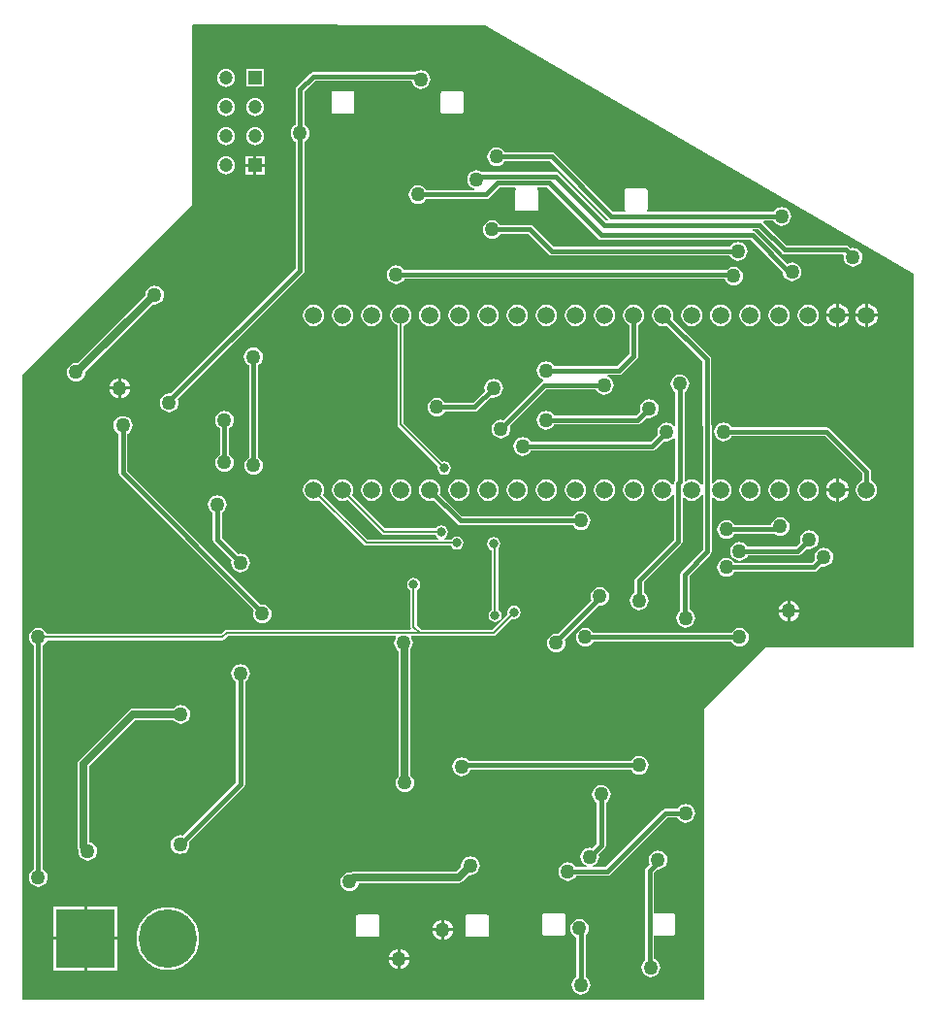
<source format=gbl>
G04*
G04 #@! TF.GenerationSoftware,Altium Limited,Altium Designer,19.1.5 (86)*
G04*
G04 Layer_Physical_Order=2*
G04 Layer_Color=16711680*
%FSLAX44Y44*%
%MOMM*%
G71*
G01*
G75*
%ADD11C,0.2540*%
%ADD88C,0.3998*%
%ADD89C,0.6424*%
%ADD90C,0.1778*%
%ADD92R,1.1620X1.1620*%
%ADD93C,1.2002*%
%ADD94C,5.1000*%
%ADD95R,5.1000X5.1000*%
%ADD96C,1.5000*%
%ADD97C,1.2700*%
%ADD98C,0.7996*%
G36*
X403554Y850236D02*
X777967Y633533D01*
X777967Y307340D01*
X648790D01*
X595450Y254000D01*
Y0D01*
X0D01*
Y545010D01*
X43000Y588010D01*
X148410Y693420D01*
Y849677D01*
X149309Y850574D01*
X403554Y850236D01*
D02*
G37*
%LPC*%
G36*
X347980Y810838D02*
X345858Y810559D01*
X343881Y809740D01*
X343119Y809155D01*
X253876D01*
X253876Y809155D01*
X252402Y808862D01*
X251153Y808027D01*
X239723Y796597D01*
X238888Y795348D01*
X238595Y793874D01*
X238595Y793874D01*
Y762977D01*
X238347Y762874D01*
X236649Y761571D01*
X235346Y759873D01*
X234527Y757896D01*
X234248Y755774D01*
X234527Y753652D01*
X235346Y751675D01*
X236649Y749977D01*
X238347Y748674D01*
X238595Y748572D01*
Y637741D01*
X129580Y528726D01*
X128270Y528898D01*
X126148Y528619D01*
X124171Y527800D01*
X122473Y526497D01*
X121170Y524799D01*
X120351Y522822D01*
X120072Y520700D01*
X120351Y518578D01*
X121170Y516601D01*
X122473Y514903D01*
X124171Y513600D01*
X126148Y512781D01*
X128270Y512502D01*
X130392Y512781D01*
X132369Y513600D01*
X134067Y514903D01*
X135370Y516601D01*
X136189Y518578D01*
X136468Y520700D01*
X136189Y522822D01*
X135714Y523968D01*
X245169Y633423D01*
X245169Y633423D01*
X246004Y634672D01*
X246297Y636146D01*
Y748572D01*
X246545Y748674D01*
X248243Y749977D01*
X249546Y751675D01*
X250365Y753652D01*
X250644Y755774D01*
X250365Y757896D01*
X249546Y759873D01*
X248243Y761571D01*
X246545Y762874D01*
X246297Y762977D01*
Y792279D01*
X255471Y801453D01*
X339938D01*
X340061Y800518D01*
X340880Y798541D01*
X342183Y796843D01*
X343881Y795540D01*
X345858Y794721D01*
X347980Y794442D01*
X350102Y794721D01*
X352079Y795540D01*
X353777Y796843D01*
X355080Y798541D01*
X355899Y800518D01*
X356178Y802640D01*
X355899Y804762D01*
X355080Y806739D01*
X353777Y808437D01*
X352079Y809740D01*
X350102Y810559D01*
X347980Y810838D01*
D02*
G37*
G36*
X210788Y811498D02*
X195612D01*
Y796322D01*
X210788D01*
Y811498D01*
D02*
G37*
G36*
X177800Y811756D02*
X175769Y811489D01*
X173877Y810705D01*
X172252Y809458D01*
X171005Y807833D01*
X170222Y805941D01*
X169954Y803910D01*
X170222Y801879D01*
X171005Y799987D01*
X172252Y798362D01*
X173877Y797115D01*
X175769Y796331D01*
X177800Y796064D01*
X179831Y796331D01*
X181723Y797115D01*
X183348Y798362D01*
X184595Y799987D01*
X185379Y801879D01*
X185646Y803910D01*
X185379Y805941D01*
X184595Y807833D01*
X183348Y809458D01*
X181723Y810705D01*
X179831Y811489D01*
X177800Y811756D01*
D02*
G37*
G36*
X383536Y792577D02*
X367036D01*
X366342Y792439D01*
X365754Y792046D01*
X365361Y791458D01*
X365223Y790764D01*
Y774764D01*
X365361Y774071D01*
X365754Y773482D01*
X366342Y773090D01*
X367036Y772952D01*
X383536D01*
X384230Y773090D01*
X384818Y773482D01*
X385211Y774071D01*
X385349Y774764D01*
Y790764D01*
X385211Y791458D01*
X384818Y792046D01*
X384230Y792439D01*
X383536Y792577D01*
D02*
G37*
G36*
X288036D02*
X271536D01*
X270842Y792439D01*
X270254Y792046D01*
X269861Y791458D01*
X269723Y790764D01*
Y774764D01*
X269861Y774071D01*
X270254Y773482D01*
X270842Y773090D01*
X271536Y772952D01*
X288036D01*
X288730Y773090D01*
X289318Y773482D01*
X289711Y774071D01*
X289849Y774764D01*
Y790764D01*
X289711Y791458D01*
X289318Y792046D01*
X288730Y792439D01*
X288036Y792577D01*
D02*
G37*
G36*
X203200Y786356D02*
X201169Y786089D01*
X199277Y785305D01*
X197652Y784058D01*
X196405Y782433D01*
X195621Y780541D01*
X195354Y778510D01*
X195621Y776479D01*
X196405Y774587D01*
X197652Y772962D01*
X199277Y771715D01*
X201169Y770931D01*
X203200Y770664D01*
X205231Y770931D01*
X207123Y771715D01*
X208748Y772962D01*
X209995Y774587D01*
X210779Y776479D01*
X211046Y778510D01*
X210779Y780541D01*
X209995Y782433D01*
X208748Y784058D01*
X207123Y785305D01*
X205231Y786089D01*
X203200Y786356D01*
D02*
G37*
G36*
X177800D02*
X175769Y786089D01*
X173877Y785305D01*
X172252Y784058D01*
X171005Y782433D01*
X170222Y780541D01*
X169954Y778510D01*
X170222Y776479D01*
X171005Y774587D01*
X172252Y772962D01*
X173877Y771715D01*
X175769Y770931D01*
X177800Y770664D01*
X179831Y770931D01*
X181723Y771715D01*
X183348Y772962D01*
X184595Y774587D01*
X185379Y776479D01*
X185646Y778510D01*
X185379Y780541D01*
X184595Y782433D01*
X183348Y784058D01*
X181723Y785305D01*
X179831Y786089D01*
X177800Y786356D01*
D02*
G37*
G36*
X203200Y760956D02*
X201169Y760689D01*
X199277Y759905D01*
X197652Y758658D01*
X196405Y757033D01*
X195621Y755141D01*
X195354Y753110D01*
X195621Y751079D01*
X196405Y749187D01*
X197652Y747562D01*
X199277Y746315D01*
X201169Y745531D01*
X203200Y745264D01*
X205231Y745531D01*
X207123Y746315D01*
X208748Y747562D01*
X209995Y749187D01*
X210779Y751079D01*
X211046Y753110D01*
X210779Y755141D01*
X209995Y757033D01*
X208748Y758658D01*
X207123Y759905D01*
X205231Y760689D01*
X203200Y760956D01*
D02*
G37*
G36*
X177800D02*
X175769Y760689D01*
X173877Y759905D01*
X172252Y758658D01*
X171005Y757033D01*
X170222Y755141D01*
X169954Y753110D01*
X170222Y751079D01*
X171005Y749187D01*
X172252Y747562D01*
X173877Y746315D01*
X175769Y745531D01*
X177800Y745264D01*
X179831Y745531D01*
X181723Y746315D01*
X183348Y747562D01*
X184595Y749187D01*
X185379Y751079D01*
X185646Y753110D01*
X185379Y755141D01*
X184595Y757033D01*
X183348Y758658D01*
X181723Y759905D01*
X179831Y760689D01*
X177800Y760956D01*
D02*
G37*
G36*
X211550Y736060D02*
X204470D01*
Y728980D01*
X211550D01*
Y736060D01*
D02*
G37*
G36*
X201930D02*
X194850D01*
Y728980D01*
X201930D01*
Y736060D01*
D02*
G37*
G36*
X177800Y735556D02*
X175769Y735289D01*
X173877Y734505D01*
X172252Y733258D01*
X171005Y731633D01*
X170222Y729741D01*
X169954Y727710D01*
X170222Y725679D01*
X171005Y723787D01*
X172252Y722162D01*
X173877Y720915D01*
X175769Y720132D01*
X177800Y719864D01*
X179831Y720132D01*
X181723Y720915D01*
X183348Y722162D01*
X184595Y723787D01*
X185379Y725679D01*
X185646Y727710D01*
X185379Y729741D01*
X184595Y731633D01*
X183348Y733258D01*
X181723Y734505D01*
X179831Y735289D01*
X177800Y735556D01*
D02*
G37*
G36*
X211550Y726440D02*
X204470D01*
Y719360D01*
X211550D01*
Y726440D01*
D02*
G37*
G36*
X201930D02*
X194850D01*
Y719360D01*
X201930D01*
Y726440D01*
D02*
G37*
G36*
X414020Y743528D02*
X411898Y743249D01*
X409921Y742430D01*
X408223Y741127D01*
X406920Y739429D01*
X406101Y737452D01*
X405822Y735330D01*
X406101Y733208D01*
X406920Y731231D01*
X408223Y729533D01*
X409921Y728230D01*
X411898Y727411D01*
X414020Y727132D01*
X416142Y727411D01*
X418119Y728230D01*
X419817Y729533D01*
X421120Y731231D01*
X421223Y731479D01*
X460685D01*
X511403Y680761D01*
X511185Y679888D01*
X510915Y679491D01*
X509595D01*
X468117Y720969D01*
X466868Y721804D01*
X465394Y722097D01*
X465394Y722097D01*
X401005D01*
X400621Y722392D01*
X398644Y723211D01*
X396522Y723490D01*
X394400Y723211D01*
X392423Y722392D01*
X390725Y721089D01*
X389422Y719391D01*
X388603Y717414D01*
X388324Y715292D01*
X388603Y713170D01*
X389422Y711193D01*
X390725Y709495D01*
X392423Y708192D01*
X394400Y707373D01*
X394153Y706161D01*
X352643D01*
X352540Y706409D01*
X351237Y708107D01*
X349539Y709410D01*
X347562Y710229D01*
X345440Y710508D01*
X343318Y710229D01*
X341341Y709410D01*
X339643Y708107D01*
X338340Y706409D01*
X337521Y704432D01*
X337242Y702310D01*
X337521Y700188D01*
X338340Y698211D01*
X339643Y696513D01*
X341341Y695210D01*
X343318Y694391D01*
X345440Y694112D01*
X347562Y694391D01*
X349539Y695210D01*
X351237Y696513D01*
X352540Y698211D01*
X352643Y698459D01*
X405130D01*
X405130Y698459D01*
X406604Y698752D01*
X407853Y699587D01*
X416885Y708619D01*
X430383D01*
X431168Y707441D01*
X431158Y707349D01*
X430667Y707021D01*
X430274Y706433D01*
X430136Y705739D01*
Y689739D01*
X430274Y689045D01*
X430667Y688457D01*
X431255Y688064D01*
X431949Y687926D01*
X448449D01*
X449142Y688064D01*
X449730Y688457D01*
X450123Y689045D01*
X450261Y689739D01*
Y705739D01*
X450123Y706433D01*
X449730Y707021D01*
X449239Y707349D01*
X449229Y707441D01*
X450014Y708619D01*
X458145D01*
X502737Y664027D01*
X502737Y664027D01*
X503986Y663192D01*
X505460Y662899D01*
X635786D01*
X663778Y634907D01*
X663772Y634860D01*
X664051Y632738D01*
X664870Y630761D01*
X666173Y629063D01*
X667871Y627761D01*
X669848Y626942D01*
X671970Y626662D01*
X674091Y626942D01*
X676069Y627761D01*
X677767Y629063D01*
X679069Y630761D01*
X679888Y632738D01*
X680168Y634860D01*
X679888Y636982D01*
X679069Y638959D01*
X677767Y640657D01*
X676069Y641960D01*
X674091Y642779D01*
X671970Y643058D01*
X669848Y642779D01*
X667871Y641960D01*
X667727Y641850D01*
X640104Y669473D01*
X638855Y670308D01*
X637793Y670519D01*
X637918Y671789D01*
X642295D01*
X662757Y651327D01*
X662757Y651327D01*
X664006Y650492D01*
X665480Y650199D01*
X665480Y650199D01*
X716078D01*
X716127Y650183D01*
X717134Y648929D01*
X716972Y647700D01*
X717251Y645578D01*
X718070Y643601D01*
X719373Y641903D01*
X721071Y640600D01*
X723048Y639781D01*
X725170Y639502D01*
X727292Y639781D01*
X729269Y640600D01*
X730967Y641903D01*
X732270Y643601D01*
X733089Y645578D01*
X733368Y647700D01*
X733089Y649822D01*
X732270Y651799D01*
X730967Y653497D01*
X729269Y654800D01*
X727292Y655619D01*
X725170Y655898D01*
X723048Y655619D01*
X722800Y655516D01*
X721543Y656773D01*
X720294Y657608D01*
X718820Y657901D01*
X718820Y657901D01*
X667075D01*
X646837Y678139D01*
X647055Y679012D01*
X647325Y679409D01*
X655737D01*
X655840Y679161D01*
X657143Y677463D01*
X658841Y676160D01*
X660818Y675341D01*
X662940Y675062D01*
X665062Y675341D01*
X667039Y676160D01*
X668737Y677463D01*
X670040Y679161D01*
X670859Y681138D01*
X671138Y683260D01*
X670859Y685382D01*
X670040Y687359D01*
X668737Y689057D01*
X667039Y690360D01*
X665062Y691179D01*
X662940Y691458D01*
X660818Y691179D01*
X658841Y690360D01*
X657143Y689057D01*
X655840Y687359D01*
X655737Y687111D01*
X545502D01*
X545117Y688381D01*
X545230Y688457D01*
X545623Y689045D01*
X545761Y689739D01*
Y705739D01*
X545623Y706433D01*
X545230Y707021D01*
X544642Y707414D01*
X543949Y707552D01*
X527449D01*
X526755Y707414D01*
X526167Y707021D01*
X525774Y706433D01*
X525636Y705739D01*
Y689739D01*
X525774Y689045D01*
X526167Y688457D01*
X526281Y688381D01*
X525895Y687111D01*
X515945D01*
X465003Y738053D01*
X463754Y738888D01*
X462280Y739181D01*
X462280Y739181D01*
X421223D01*
X421120Y739429D01*
X419817Y741127D01*
X418119Y742430D01*
X416142Y743249D01*
X414020Y743528D01*
D02*
G37*
G36*
X410210Y680028D02*
X408088Y679749D01*
X406111Y678930D01*
X404413Y677627D01*
X403110Y675929D01*
X402291Y673952D01*
X402012Y671830D01*
X402291Y669708D01*
X403110Y667731D01*
X404413Y666033D01*
X406111Y664730D01*
X408088Y663911D01*
X410210Y663632D01*
X412332Y663911D01*
X414309Y664730D01*
X416007Y666033D01*
X417310Y667731D01*
X417413Y667979D01*
X441635D01*
X459557Y650057D01*
X459557Y650057D01*
X460806Y649222D01*
X462280Y648929D01*
X617637D01*
X617740Y648681D01*
X619043Y646983D01*
X620741Y645680D01*
X622718Y644861D01*
X624840Y644582D01*
X626962Y644861D01*
X628939Y645680D01*
X630637Y646983D01*
X631940Y648681D01*
X632759Y650658D01*
X633038Y652780D01*
X632759Y654902D01*
X631940Y656879D01*
X630637Y658577D01*
X628939Y659880D01*
X626962Y660699D01*
X624840Y660978D01*
X622718Y660699D01*
X620741Y659880D01*
X619043Y658577D01*
X617740Y656879D01*
X617637Y656631D01*
X463875D01*
X445953Y674553D01*
X444704Y675388D01*
X443230Y675681D01*
X443230Y675681D01*
X417413D01*
X417310Y675929D01*
X416007Y677627D01*
X414309Y678930D01*
X412332Y679749D01*
X410210Y680028D01*
D02*
G37*
G36*
X326390Y640658D02*
X324268Y640379D01*
X322291Y639560D01*
X320593Y638257D01*
X319290Y636559D01*
X318471Y634582D01*
X318192Y632460D01*
X318471Y630338D01*
X319290Y628361D01*
X320593Y626663D01*
X322291Y625360D01*
X324268Y624541D01*
X326390Y624262D01*
X328512Y624541D01*
X330489Y625360D01*
X332187Y626663D01*
X333490Y628361D01*
X333593Y628609D01*
X613301D01*
X613930Y627091D01*
X615233Y625393D01*
X616931Y624090D01*
X618908Y623271D01*
X621030Y622992D01*
X623152Y623271D01*
X625129Y624090D01*
X626827Y625393D01*
X628130Y627091D01*
X628949Y629068D01*
X629228Y631190D01*
X628949Y633312D01*
X628130Y635289D01*
X626827Y636987D01*
X625129Y638290D01*
X623152Y639109D01*
X621030Y639388D01*
X618908Y639109D01*
X616931Y638290D01*
X615233Y636987D01*
X614714Y636311D01*
X333593D01*
X333490Y636559D01*
X332187Y638257D01*
X330489Y639560D01*
X328512Y640379D01*
X326390Y640658D01*
D02*
G37*
G36*
X115570Y622878D02*
X113448Y622599D01*
X111471Y621780D01*
X109773Y620477D01*
X108470Y618779D01*
X107651Y616802D01*
X107372Y614680D01*
X107415Y614355D01*
X48437Y555378D01*
X46990Y555568D01*
X44868Y555289D01*
X42891Y554470D01*
X41193Y553167D01*
X39890Y551469D01*
X39071Y549492D01*
X38792Y547370D01*
X39071Y545248D01*
X39890Y543271D01*
X41193Y541573D01*
X42891Y540270D01*
X44868Y539451D01*
X46990Y539172D01*
X49112Y539451D01*
X51089Y540270D01*
X52787Y541573D01*
X54090Y543271D01*
X54909Y545248D01*
X55188Y547370D01*
X55145Y547695D01*
X114123Y606672D01*
X115570Y606482D01*
X117692Y606761D01*
X119669Y607580D01*
X121367Y608883D01*
X122670Y610581D01*
X123489Y612558D01*
X123768Y614680D01*
X123489Y616802D01*
X122670Y618779D01*
X121367Y620477D01*
X119669Y621780D01*
X117692Y622599D01*
X115570Y622878D01*
D02*
G37*
G36*
X738163Y606860D02*
Y598170D01*
X746852D01*
X746674Y599521D01*
X745663Y601963D01*
X744053Y604061D01*
X741956Y605670D01*
X739514Y606682D01*
X738163Y606860D01*
D02*
G37*
G36*
X712763D02*
Y598170D01*
X721452D01*
X721274Y599521D01*
X720263Y601963D01*
X718653Y604061D01*
X716556Y605670D01*
X714114Y606682D01*
X712763Y606860D01*
D02*
G37*
G36*
X735623D02*
X734272Y606682D01*
X731829Y605670D01*
X729732Y604061D01*
X728123Y601963D01*
X727111Y599521D01*
X726933Y598170D01*
X735623D01*
Y606860D01*
D02*
G37*
G36*
X710223D02*
X708872Y606682D01*
X706429Y605670D01*
X704332Y604061D01*
X702723Y601963D01*
X701711Y599521D01*
X701533Y598170D01*
X710223D01*
Y606860D01*
D02*
G37*
G36*
X686093Y606258D02*
X683671Y605939D01*
X681414Y605004D01*
X679475Y603517D01*
X677988Y601579D01*
X677054Y599322D01*
X676735Y596900D01*
X677054Y594478D01*
X677988Y592221D01*
X679475Y590283D01*
X681414Y588796D01*
X683671Y587861D01*
X686093Y587542D01*
X688515Y587861D01*
X690772Y588796D01*
X692710Y590283D01*
X694197Y592221D01*
X695132Y594478D01*
X695451Y596900D01*
X695132Y599322D01*
X694197Y601579D01*
X692710Y603517D01*
X690772Y605004D01*
X688515Y605939D01*
X686093Y606258D01*
D02*
G37*
G36*
X660693D02*
X658271Y605939D01*
X656014Y605004D01*
X654075Y603517D01*
X652588Y601579D01*
X651654Y599322D01*
X651335Y596900D01*
X651654Y594478D01*
X652588Y592221D01*
X654075Y590283D01*
X656014Y588796D01*
X658271Y587861D01*
X660693Y587542D01*
X663115Y587861D01*
X665372Y588796D01*
X667310Y590283D01*
X668797Y592221D01*
X669732Y594478D01*
X670051Y596900D01*
X669732Y599322D01*
X668797Y601579D01*
X667310Y603517D01*
X665372Y605004D01*
X663115Y605939D01*
X660693Y606258D01*
D02*
G37*
G36*
X635293D02*
X632871Y605939D01*
X630614Y605004D01*
X628675Y603517D01*
X627188Y601579D01*
X626254Y599322D01*
X625935Y596900D01*
X626254Y594478D01*
X627188Y592221D01*
X628675Y590283D01*
X630614Y588796D01*
X632871Y587861D01*
X635293Y587542D01*
X637715Y587861D01*
X639972Y588796D01*
X641910Y590283D01*
X643397Y592221D01*
X644332Y594478D01*
X644651Y596900D01*
X644332Y599322D01*
X643397Y601579D01*
X641910Y603517D01*
X639972Y605004D01*
X637715Y605939D01*
X635293Y606258D01*
D02*
G37*
G36*
X609693D02*
X607271Y605939D01*
X605014Y605004D01*
X603075Y603517D01*
X601588Y601579D01*
X600653Y599322D01*
X600335Y596900D01*
X600653Y594478D01*
X601588Y592221D01*
X603075Y590283D01*
X605014Y588796D01*
X607271Y587861D01*
X609693Y587542D01*
X612115Y587861D01*
X614372Y588796D01*
X616310Y590283D01*
X617797Y592221D01*
X618732Y594478D01*
X619051Y596900D01*
X618732Y599322D01*
X617797Y601579D01*
X616310Y603517D01*
X614372Y605004D01*
X612115Y605939D01*
X609693Y606258D01*
D02*
G37*
G36*
X584493D02*
X582071Y605939D01*
X579814Y605004D01*
X577876Y603517D01*
X576388Y601579D01*
X575453Y599322D01*
X575135Y596900D01*
X575453Y594478D01*
X576388Y592221D01*
X577876Y590283D01*
X579814Y588796D01*
X582071Y587861D01*
X584493Y587542D01*
X586915Y587861D01*
X589172Y588796D01*
X591110Y590283D01*
X592597Y592221D01*
X593532Y594478D01*
X593851Y596900D01*
X593532Y599322D01*
X592597Y601579D01*
X591110Y603517D01*
X589172Y605004D01*
X586915Y605939D01*
X584493Y606258D01*
D02*
G37*
G36*
X508293D02*
X505871Y605939D01*
X503614Y605004D01*
X501675Y603517D01*
X500188Y601579D01*
X499254Y599322D01*
X498935Y596900D01*
X499254Y594478D01*
X500188Y592221D01*
X501675Y590283D01*
X503614Y588796D01*
X505871Y587861D01*
X508293Y587542D01*
X510715Y587861D01*
X512972Y588796D01*
X514910Y590283D01*
X516397Y592221D01*
X517332Y594478D01*
X517651Y596900D01*
X517332Y599322D01*
X516397Y601579D01*
X514910Y603517D01*
X512972Y605004D01*
X510715Y605939D01*
X508293Y606258D01*
D02*
G37*
G36*
X482893D02*
X480471Y605939D01*
X478214Y605004D01*
X476275Y603517D01*
X474788Y601579D01*
X473853Y599322D01*
X473535Y596900D01*
X473853Y594478D01*
X474788Y592221D01*
X476275Y590283D01*
X478214Y588796D01*
X480471Y587861D01*
X482893Y587542D01*
X485315Y587861D01*
X487572Y588796D01*
X489510Y590283D01*
X490997Y592221D01*
X491932Y594478D01*
X492251Y596900D01*
X491932Y599322D01*
X490997Y601579D01*
X489510Y603517D01*
X487572Y605004D01*
X485315Y605939D01*
X482893Y606258D01*
D02*
G37*
G36*
X457493D02*
X455071Y605939D01*
X452814Y605004D01*
X450876Y603517D01*
X449388Y601579D01*
X448453Y599322D01*
X448135Y596900D01*
X448453Y594478D01*
X449388Y592221D01*
X450876Y590283D01*
X452814Y588796D01*
X455071Y587861D01*
X457493Y587542D01*
X459915Y587861D01*
X462172Y588796D01*
X464110Y590283D01*
X465597Y592221D01*
X466532Y594478D01*
X466851Y596900D01*
X466532Y599322D01*
X465597Y601579D01*
X464110Y603517D01*
X462172Y605004D01*
X459915Y605939D01*
X457493Y606258D01*
D02*
G37*
G36*
X432093D02*
X429671Y605939D01*
X427414Y605004D01*
X425476Y603517D01*
X423988Y601579D01*
X423054Y599322D01*
X422735Y596900D01*
X423054Y594478D01*
X423988Y592221D01*
X425476Y590283D01*
X427414Y588796D01*
X429671Y587861D01*
X432093Y587542D01*
X434515Y587861D01*
X436772Y588796D01*
X438710Y590283D01*
X440197Y592221D01*
X441132Y594478D01*
X441451Y596900D01*
X441132Y599322D01*
X440197Y601579D01*
X438710Y603517D01*
X436772Y605004D01*
X434515Y605939D01*
X432093Y606258D01*
D02*
G37*
G36*
X406693D02*
X404271Y605939D01*
X402014Y605004D01*
X400075Y603517D01*
X398588Y601579D01*
X397654Y599322D01*
X397335Y596900D01*
X397654Y594478D01*
X398588Y592221D01*
X400075Y590283D01*
X402014Y588796D01*
X404271Y587861D01*
X406693Y587542D01*
X409115Y587861D01*
X411372Y588796D01*
X413310Y590283D01*
X414797Y592221D01*
X415732Y594478D01*
X416051Y596900D01*
X415732Y599322D01*
X414797Y601579D01*
X413310Y603517D01*
X411372Y605004D01*
X409115Y605939D01*
X406693Y606258D01*
D02*
G37*
G36*
X381293D02*
X378871Y605939D01*
X376614Y605004D01*
X374675Y603517D01*
X373188Y601579D01*
X372253Y599322D01*
X371935Y596900D01*
X372253Y594478D01*
X373188Y592221D01*
X374675Y590283D01*
X376614Y588796D01*
X378871Y587861D01*
X381293Y587542D01*
X383715Y587861D01*
X385972Y588796D01*
X387910Y590283D01*
X389397Y592221D01*
X390332Y594478D01*
X390651Y596900D01*
X390332Y599322D01*
X389397Y601579D01*
X387910Y603517D01*
X385972Y605004D01*
X383715Y605939D01*
X381293Y606258D01*
D02*
G37*
G36*
X355693D02*
X353271Y605939D01*
X351014Y605004D01*
X349076Y603517D01*
X347588Y601579D01*
X346654Y599322D01*
X346335Y596900D01*
X346654Y594478D01*
X347588Y592221D01*
X349076Y590283D01*
X351014Y588796D01*
X353271Y587861D01*
X355693Y587542D01*
X358115Y587861D01*
X360372Y588796D01*
X362310Y590283D01*
X363797Y592221D01*
X364732Y594478D01*
X365051Y596900D01*
X364732Y599322D01*
X363797Y601579D01*
X362310Y603517D01*
X360372Y605004D01*
X358115Y605939D01*
X355693Y606258D01*
D02*
G37*
G36*
X305093D02*
X302671Y605939D01*
X300414Y605004D01*
X298475Y603517D01*
X296988Y601579D01*
X296054Y599322D01*
X295735Y596900D01*
X296054Y594478D01*
X296988Y592221D01*
X298475Y590283D01*
X300414Y588796D01*
X302671Y587861D01*
X305093Y587542D01*
X307515Y587861D01*
X309772Y588796D01*
X311710Y590283D01*
X313197Y592221D01*
X314132Y594478D01*
X314451Y596900D01*
X314132Y599322D01*
X313197Y601579D01*
X311710Y603517D01*
X309772Y605004D01*
X307515Y605939D01*
X305093Y606258D01*
D02*
G37*
G36*
X279693D02*
X277271Y605939D01*
X275014Y605004D01*
X273076Y603517D01*
X271588Y601579D01*
X270653Y599322D01*
X270335Y596900D01*
X270653Y594478D01*
X271588Y592221D01*
X273076Y590283D01*
X275014Y588796D01*
X277271Y587861D01*
X279693Y587542D01*
X282115Y587861D01*
X284372Y588796D01*
X286310Y590283D01*
X287797Y592221D01*
X288732Y594478D01*
X289051Y596900D01*
X288732Y599322D01*
X287797Y601579D01*
X286310Y603517D01*
X284372Y605004D01*
X282115Y605939D01*
X279693Y606258D01*
D02*
G37*
G36*
X254293D02*
X251871Y605939D01*
X249614Y605004D01*
X247675Y603517D01*
X246188Y601579D01*
X245254Y599322D01*
X244935Y596900D01*
X245254Y594478D01*
X246188Y592221D01*
X247675Y590283D01*
X249614Y588796D01*
X251871Y587861D01*
X254293Y587542D01*
X256715Y587861D01*
X258972Y588796D01*
X260910Y590283D01*
X262397Y592221D01*
X263332Y594478D01*
X263651Y596900D01*
X263332Y599322D01*
X262397Y601579D01*
X260910Y603517D01*
X258972Y605004D01*
X256715Y605939D01*
X254293Y606258D01*
D02*
G37*
G36*
X721452Y595630D02*
X712763D01*
Y586941D01*
X714114Y587118D01*
X716556Y588130D01*
X718653Y589739D01*
X720263Y591837D01*
X721274Y594279D01*
X721452Y595630D01*
D02*
G37*
G36*
X746852D02*
X738163D01*
Y586941D01*
X739514Y587118D01*
X741956Y588130D01*
X744053Y589739D01*
X745663Y591837D01*
X746674Y594279D01*
X746852Y595630D01*
D02*
G37*
G36*
X735623D02*
X726933D01*
X727111Y594279D01*
X728123Y591837D01*
X729732Y589739D01*
X731829Y588130D01*
X734272Y587118D01*
X735623Y586941D01*
Y595630D01*
D02*
G37*
G36*
X710223D02*
X701533D01*
X701711Y594279D01*
X702723Y591837D01*
X704332Y589739D01*
X706429Y588130D01*
X708872Y587118D01*
X710223Y586941D01*
Y595630D01*
D02*
G37*
G36*
X533693Y606258D02*
X531271Y605939D01*
X529014Y605004D01*
X527076Y603517D01*
X525588Y601579D01*
X524654Y599322D01*
X524335Y596900D01*
X524654Y594478D01*
X525588Y592221D01*
X527076Y590283D01*
X529014Y588796D01*
X529842Y588453D01*
Y563228D01*
X519105Y552491D01*
X464403D01*
X464300Y552739D01*
X462997Y554437D01*
X461299Y555740D01*
X459322Y556559D01*
X457200Y556838D01*
X455078Y556559D01*
X453101Y555740D01*
X451403Y554437D01*
X450100Y552739D01*
X449281Y550762D01*
X449002Y548640D01*
X449281Y546518D01*
X450100Y544541D01*
X451403Y542843D01*
X453101Y541540D01*
X454760Y540853D01*
X454708Y539548D01*
X454456Y539498D01*
X453207Y538663D01*
X420200Y505656D01*
X419952Y505759D01*
X417830Y506038D01*
X415708Y505759D01*
X413731Y504940D01*
X412033Y503637D01*
X410730Y501939D01*
X409911Y499962D01*
X409632Y497840D01*
X409911Y495718D01*
X410730Y493741D01*
X412033Y492043D01*
X413731Y490740D01*
X415708Y489921D01*
X417830Y489642D01*
X419952Y489921D01*
X421929Y490740D01*
X423627Y492043D01*
X424930Y493741D01*
X425749Y495718D01*
X426028Y497840D01*
X425749Y499962D01*
X425646Y500210D01*
X457525Y532089D01*
X500797D01*
X500900Y531841D01*
X502203Y530143D01*
X503901Y528840D01*
X505878Y528021D01*
X508000Y527742D01*
X510122Y528021D01*
X512099Y528840D01*
X513797Y530143D01*
X515100Y531841D01*
X515919Y533818D01*
X516198Y535940D01*
X515919Y538062D01*
X515100Y540039D01*
X513797Y541737D01*
X512099Y543040D01*
X510942Y543519D01*
X511195Y544789D01*
X520700D01*
X520700Y544789D01*
X522174Y545082D01*
X523423Y545917D01*
X536416Y558910D01*
X536416Y558910D01*
X537251Y560159D01*
X537544Y561633D01*
Y588453D01*
X538372Y588796D01*
X540310Y590283D01*
X541797Y592221D01*
X542732Y594478D01*
X543051Y596900D01*
X542732Y599322D01*
X541797Y601579D01*
X540310Y603517D01*
X538372Y605004D01*
X536115Y605939D01*
X533693Y606258D01*
D02*
G37*
G36*
X86360Y542200D02*
Y534670D01*
X93890D01*
X93751Y535721D01*
X92855Y537883D01*
X91430Y539740D01*
X89573Y541165D01*
X87411Y542061D01*
X86360Y542200D01*
D02*
G37*
G36*
X83820D02*
X82769Y542061D01*
X80607Y541165D01*
X78750Y539740D01*
X77325Y537883D01*
X76429Y535721D01*
X76290Y534670D01*
X83820D01*
Y542200D01*
D02*
G37*
G36*
X411480Y541598D02*
X409358Y541319D01*
X407381Y540500D01*
X405683Y539197D01*
X404380Y537499D01*
X403561Y535522D01*
X403282Y533400D01*
X403561Y531278D01*
X403664Y531030D01*
X393375Y520741D01*
X369153D01*
X369050Y520989D01*
X367747Y522687D01*
X366049Y523990D01*
X364072Y524809D01*
X361950Y525088D01*
X359828Y524809D01*
X357851Y523990D01*
X356153Y522687D01*
X354850Y520989D01*
X354031Y519012D01*
X353752Y516890D01*
X354031Y514768D01*
X354850Y512791D01*
X356153Y511093D01*
X357851Y509790D01*
X359828Y508971D01*
X361950Y508692D01*
X364072Y508971D01*
X366049Y509790D01*
X367747Y511093D01*
X369050Y512791D01*
X369153Y513039D01*
X394970D01*
X394970Y513039D01*
X396444Y513332D01*
X397693Y514167D01*
X409110Y525584D01*
X409358Y525481D01*
X411480Y525202D01*
X413602Y525481D01*
X415579Y526300D01*
X417277Y527603D01*
X418580Y529301D01*
X419399Y531278D01*
X419678Y533400D01*
X419399Y535522D01*
X418580Y537499D01*
X417277Y539197D01*
X415579Y540500D01*
X413602Y541319D01*
X411480Y541598D01*
D02*
G37*
G36*
X93890Y532130D02*
X86360D01*
Y524600D01*
X87411Y524739D01*
X89573Y525635D01*
X91430Y527060D01*
X92855Y528917D01*
X93751Y531079D01*
X93890Y532130D01*
D02*
G37*
G36*
X83820D02*
X76290D01*
X76429Y531079D01*
X77325Y528917D01*
X78750Y527060D01*
X80607Y525635D01*
X82769Y524739D01*
X83820Y524600D01*
Y532130D01*
D02*
G37*
G36*
X547370Y523818D02*
X545248Y523539D01*
X543271Y522720D01*
X541573Y521417D01*
X540270Y519719D01*
X539451Y517742D01*
X539172Y515620D01*
X539451Y513498D01*
X539554Y513250D01*
X535615Y509311D01*
X464403D01*
X464300Y509559D01*
X462997Y511257D01*
X461299Y512560D01*
X459322Y513379D01*
X457200Y513658D01*
X455078Y513379D01*
X453101Y512560D01*
X451403Y511257D01*
X450100Y509559D01*
X449281Y507582D01*
X449002Y505460D01*
X449281Y503338D01*
X450100Y501361D01*
X451403Y499663D01*
X453101Y498360D01*
X455078Y497541D01*
X457200Y497262D01*
X459322Y497541D01*
X461299Y498360D01*
X462997Y499663D01*
X464300Y501361D01*
X464403Y501609D01*
X537210D01*
X537210Y501609D01*
X538684Y501902D01*
X539933Y502737D01*
X545000Y507804D01*
X545248Y507701D01*
X547370Y507422D01*
X549492Y507701D01*
X551469Y508520D01*
X553167Y509823D01*
X554470Y511521D01*
X555289Y513498D01*
X555568Y515620D01*
X555289Y517742D01*
X554470Y519719D01*
X553167Y521417D01*
X551469Y522720D01*
X549492Y523539D01*
X547370Y523818D01*
D02*
G37*
G36*
X176530Y513658D02*
X174408Y513379D01*
X172431Y512560D01*
X170733Y511257D01*
X169430Y509559D01*
X168611Y507582D01*
X168332Y505460D01*
X168611Y503338D01*
X169430Y501361D01*
X170733Y499663D01*
X172431Y498360D01*
X172679Y498257D01*
Y475833D01*
X172431Y475730D01*
X170733Y474427D01*
X169430Y472729D01*
X168611Y470752D01*
X168332Y468630D01*
X168611Y466508D01*
X169430Y464531D01*
X170733Y462833D01*
X172431Y461530D01*
X174408Y460711D01*
X176530Y460432D01*
X178652Y460711D01*
X180629Y461530D01*
X182327Y462833D01*
X183630Y464531D01*
X184449Y466508D01*
X184728Y468630D01*
X184449Y470752D01*
X183630Y472729D01*
X182327Y474427D01*
X180629Y475730D01*
X180381Y475833D01*
Y498257D01*
X180629Y498360D01*
X182327Y499663D01*
X183630Y501361D01*
X184449Y503338D01*
X184728Y505460D01*
X184449Y507582D01*
X183630Y509559D01*
X182327Y511257D01*
X180629Y512560D01*
X178652Y513379D01*
X176530Y513658D01*
D02*
G37*
G36*
X201676Y568776D02*
X199554Y568497D01*
X197577Y567678D01*
X195879Y566375D01*
X194576Y564677D01*
X193757Y562700D01*
X193478Y560578D01*
X193757Y558456D01*
X194576Y556479D01*
X195879Y554781D01*
X197577Y553478D01*
X198079Y553270D01*
Y473293D01*
X197831Y473190D01*
X196133Y471887D01*
X194830Y470189D01*
X194011Y468212D01*
X193732Y466090D01*
X194011Y463968D01*
X194830Y461991D01*
X196133Y460293D01*
X197831Y458990D01*
X199808Y458171D01*
X201930Y457892D01*
X204052Y458171D01*
X206029Y458990D01*
X207727Y460293D01*
X209030Y461991D01*
X209849Y463968D01*
X210128Y466090D01*
X209849Y468212D01*
X209030Y470189D01*
X207727Y471887D01*
X206029Y473190D01*
X205781Y473293D01*
Y553483D01*
X207473Y554781D01*
X208776Y556479D01*
X209595Y558456D01*
X209874Y560578D01*
X209595Y562700D01*
X208776Y564677D01*
X207473Y566375D01*
X205775Y567678D01*
X203798Y568497D01*
X201676Y568776D01*
D02*
G37*
G36*
X330493Y606258D02*
X328071Y605939D01*
X325814Y605004D01*
X323876Y603517D01*
X322388Y601579D01*
X321454Y599322D01*
X321135Y596900D01*
X321454Y594478D01*
X322388Y592221D01*
X323876Y590283D01*
X325814Y588796D01*
X327481Y588105D01*
Y501650D01*
X327688Y500610D01*
X328277Y499727D01*
X362750Y465255D01*
X362411Y463550D01*
X362859Y461296D01*
X364136Y459386D01*
X366046Y458109D01*
X368300Y457661D01*
X370554Y458109D01*
X372464Y459386D01*
X373741Y461296D01*
X374189Y463550D01*
X373741Y465804D01*
X372464Y467714D01*
X370554Y468991D01*
X368300Y469439D01*
X366596Y469100D01*
X332919Y502776D01*
Y587863D01*
X335172Y588796D01*
X337110Y590283D01*
X338597Y592221D01*
X339532Y594478D01*
X339851Y596900D01*
X339532Y599322D01*
X338597Y601579D01*
X337110Y603517D01*
X335172Y605004D01*
X332915Y605939D01*
X330493Y606258D01*
D02*
G37*
G36*
X559093D02*
X556671Y605939D01*
X554414Y605004D01*
X552476Y603517D01*
X550988Y601579D01*
X550053Y599322D01*
X549735Y596900D01*
X550053Y594478D01*
X550988Y592221D01*
X552476Y590283D01*
X554414Y588796D01*
X556671Y587861D01*
X559093Y587542D01*
X561515Y587861D01*
X562343Y588204D01*
X593684Y556862D01*
Y501015D01*
X593684Y501015D01*
X593977Y499541D01*
X594003Y499503D01*
Y449104D01*
X592733Y448851D01*
X592597Y449179D01*
X591110Y451117D01*
X589172Y452604D01*
X586915Y453539D01*
X584493Y453858D01*
X582071Y453539D01*
X579814Y452604D01*
X579161Y452104D01*
X577891Y452730D01*
Y530007D01*
X578139Y530110D01*
X579837Y531413D01*
X581140Y533111D01*
X581959Y535088D01*
X582238Y537210D01*
X581959Y539332D01*
X581140Y541309D01*
X579837Y543007D01*
X578139Y544310D01*
X576162Y545129D01*
X574040Y545408D01*
X571918Y545129D01*
X569941Y544310D01*
X568243Y543007D01*
X566940Y541309D01*
X566121Y539332D01*
X565842Y537210D01*
X566121Y535088D01*
X566940Y533111D01*
X568243Y531413D01*
X569941Y530110D01*
X570189Y530007D01*
Y500861D01*
X568919Y500430D01*
X568407Y501097D01*
X566709Y502400D01*
X564732Y503219D01*
X562610Y503498D01*
X560488Y503219D01*
X558511Y502400D01*
X556813Y501097D01*
X555510Y499399D01*
X554691Y497422D01*
X554412Y495300D01*
X554691Y493178D01*
X554794Y492930D01*
X548315Y486451D01*
X444083D01*
X443980Y486699D01*
X442677Y488397D01*
X440979Y489700D01*
X439002Y490519D01*
X436880Y490798D01*
X434758Y490519D01*
X432781Y489700D01*
X431083Y488397D01*
X429780Y486699D01*
X428961Y484722D01*
X428682Y482600D01*
X428961Y480478D01*
X429780Y478501D01*
X431083Y476803D01*
X432781Y475500D01*
X434758Y474681D01*
X436880Y474402D01*
X439002Y474681D01*
X440979Y475500D01*
X442677Y476803D01*
X443980Y478501D01*
X444083Y478749D01*
X549910D01*
X549910Y478749D01*
X551384Y479042D01*
X552633Y479877D01*
X560240Y487484D01*
X560488Y487381D01*
X562610Y487102D01*
X564732Y487381D01*
X566709Y488200D01*
X568407Y489503D01*
X568919Y490170D01*
X570189Y489739D01*
Y453608D01*
X569731Y453150D01*
X568896Y451900D01*
X568603Y450427D01*
X568603Y450427D01*
Y449104D01*
X567333Y448851D01*
X567197Y449179D01*
X565710Y451117D01*
X563772Y452604D01*
X561515Y453539D01*
X559093Y453858D01*
X556671Y453539D01*
X554414Y452604D01*
X552476Y451117D01*
X550988Y449179D01*
X550053Y446922D01*
X549735Y444500D01*
X550053Y442078D01*
X550988Y439821D01*
X552476Y437883D01*
X554414Y436396D01*
X556671Y435461D01*
X559093Y435142D01*
X561515Y435461D01*
X563772Y436396D01*
X565710Y437883D01*
X567197Y439821D01*
X567333Y440149D01*
X568603Y439896D01*
Y401329D01*
X535757Y368483D01*
X534922Y367234D01*
X534629Y365760D01*
X534629Y365760D01*
Y355183D01*
X534381Y355080D01*
X532683Y353777D01*
X531380Y352079D01*
X530561Y350102D01*
X530282Y347980D01*
X530561Y345858D01*
X531380Y343881D01*
X532683Y342183D01*
X534381Y340880D01*
X536358Y340061D01*
X538480Y339782D01*
X540602Y340061D01*
X542579Y340880D01*
X544277Y342183D01*
X545580Y343881D01*
X546399Y345858D01*
X546678Y347980D01*
X546399Y350102D01*
X545580Y352079D01*
X544277Y353777D01*
X542579Y355080D01*
X542331Y355183D01*
Y364165D01*
X575177Y397011D01*
X575177Y397011D01*
X576012Y398260D01*
X576305Y399734D01*
X576305Y399734D01*
Y437844D01*
X577575Y438275D01*
X577876Y437883D01*
X579814Y436396D01*
X582071Y435461D01*
X584493Y435142D01*
X586915Y435461D01*
X589172Y436396D01*
X591110Y437883D01*
X592597Y439821D01*
X592733Y440149D01*
X594003Y439896D01*
Y392280D01*
X575604Y373881D01*
X574769Y372631D01*
X574476Y371158D01*
X574476Y371157D01*
Y339422D01*
X573323Y338537D01*
X572020Y336839D01*
X571201Y334862D01*
X570922Y332740D01*
X571201Y330618D01*
X572020Y328641D01*
X573323Y326943D01*
X575021Y325640D01*
X576998Y324821D01*
X579120Y324542D01*
X581242Y324821D01*
X583219Y325640D01*
X584917Y326943D01*
X586220Y328641D01*
X587039Y330618D01*
X587318Y332740D01*
X587039Y334862D01*
X586220Y336839D01*
X584917Y338537D01*
X583219Y339840D01*
X582178Y340271D01*
Y369562D01*
X600577Y387961D01*
X600577Y387961D01*
X601412Y389211D01*
X601705Y390684D01*
X601705Y390685D01*
Y437844D01*
X602975Y438275D01*
X603275Y437883D01*
X605214Y436396D01*
X607471Y435461D01*
X609893Y435142D01*
X612315Y435461D01*
X614572Y436396D01*
X616510Y437883D01*
X617997Y439821D01*
X618932Y442078D01*
X619251Y444500D01*
X618932Y446922D01*
X617997Y449179D01*
X616510Y451117D01*
X614572Y452604D01*
X612315Y453539D01*
X609893Y453858D01*
X607471Y453539D01*
X605214Y452604D01*
X603275Y451117D01*
X602975Y450725D01*
X601705Y451156D01*
Y500696D01*
X601705Y500696D01*
X601412Y502170D01*
X601386Y502208D01*
Y558458D01*
X601386Y558458D01*
X601093Y559931D01*
X600258Y561181D01*
X567789Y593650D01*
X568132Y594478D01*
X568451Y596900D01*
X568132Y599322D01*
X567197Y601579D01*
X565710Y603517D01*
X563772Y605004D01*
X561515Y605939D01*
X559093Y606258D01*
D02*
G37*
G36*
X712763Y454459D02*
Y445770D01*
X721452D01*
X721274Y447121D01*
X720263Y449563D01*
X718653Y451661D01*
X716556Y453270D01*
X714114Y454282D01*
X712763Y454459D01*
D02*
G37*
G36*
X710223D02*
X708872Y454282D01*
X706429Y453270D01*
X704332Y451661D01*
X702723Y449563D01*
X701711Y447121D01*
X701533Y445770D01*
X710223D01*
Y454459D01*
D02*
G37*
G36*
X612140Y503498D02*
X610018Y503219D01*
X608041Y502400D01*
X606343Y501097D01*
X605040Y499399D01*
X604221Y497422D01*
X603942Y495300D01*
X604221Y493178D01*
X605040Y491201D01*
X606343Y489503D01*
X608041Y488200D01*
X610018Y487381D01*
X612140Y487102D01*
X614262Y487381D01*
X616239Y488200D01*
X617937Y489503D01*
X619240Y491201D01*
X619343Y491449D01*
X700715D01*
X733042Y459122D01*
Y452947D01*
X732214Y452604D01*
X730275Y451117D01*
X728788Y449179D01*
X727853Y446922D01*
X727535Y444500D01*
X727853Y442078D01*
X728788Y439821D01*
X730275Y437883D01*
X732214Y436396D01*
X734471Y435461D01*
X736893Y435142D01*
X739315Y435461D01*
X741572Y436396D01*
X743510Y437883D01*
X744997Y439821D01*
X745932Y442078D01*
X746251Y444500D01*
X745932Y446922D01*
X744997Y449179D01*
X743510Y451117D01*
X741572Y452604D01*
X740744Y452947D01*
Y460717D01*
X740744Y460717D01*
X740451Y462191D01*
X739616Y463441D01*
X739616Y463441D01*
X705033Y498023D01*
X703784Y498858D01*
X702310Y499151D01*
X702310Y499151D01*
X619343D01*
X619240Y499399D01*
X617937Y501097D01*
X616239Y502400D01*
X614262Y503219D01*
X612140Y503498D01*
D02*
G37*
G36*
X686093Y453858D02*
X683671Y453539D01*
X681414Y452604D01*
X679475Y451117D01*
X677988Y449179D01*
X677054Y446922D01*
X676735Y444500D01*
X677054Y442078D01*
X677988Y439821D01*
X679475Y437883D01*
X681414Y436396D01*
X683671Y435461D01*
X686093Y435142D01*
X688515Y435461D01*
X690772Y436396D01*
X692710Y437883D01*
X694197Y439821D01*
X695132Y442078D01*
X695451Y444500D01*
X695132Y446922D01*
X694197Y449179D01*
X692710Y451117D01*
X690772Y452604D01*
X688515Y453539D01*
X686093Y453858D01*
D02*
G37*
G36*
X660693D02*
X658271Y453539D01*
X656014Y452604D01*
X654075Y451117D01*
X652588Y449179D01*
X651654Y446922D01*
X651335Y444500D01*
X651654Y442078D01*
X652588Y439821D01*
X654075Y437883D01*
X656014Y436396D01*
X658271Y435461D01*
X660693Y435142D01*
X663115Y435461D01*
X665372Y436396D01*
X667310Y437883D01*
X668797Y439821D01*
X669732Y442078D01*
X670051Y444500D01*
X669732Y446922D01*
X668797Y449179D01*
X667310Y451117D01*
X665372Y452604D01*
X663115Y453539D01*
X660693Y453858D01*
D02*
G37*
G36*
X635293D02*
X632871Y453539D01*
X630614Y452604D01*
X628675Y451117D01*
X627188Y449179D01*
X626254Y446922D01*
X625935Y444500D01*
X626254Y442078D01*
X627188Y439821D01*
X628675Y437883D01*
X630614Y436396D01*
X632871Y435461D01*
X635293Y435142D01*
X637715Y435461D01*
X639972Y436396D01*
X641910Y437883D01*
X643397Y439821D01*
X644332Y442078D01*
X644651Y444500D01*
X644332Y446922D01*
X643397Y449179D01*
X641910Y451117D01*
X639972Y452604D01*
X637715Y453539D01*
X635293Y453858D01*
D02*
G37*
G36*
X533693D02*
X531271Y453539D01*
X529014Y452604D01*
X527076Y451117D01*
X525588Y449179D01*
X524654Y446922D01*
X524335Y444500D01*
X524654Y442078D01*
X525588Y439821D01*
X527076Y437883D01*
X529014Y436396D01*
X531271Y435461D01*
X533693Y435142D01*
X536115Y435461D01*
X538372Y436396D01*
X540310Y437883D01*
X541797Y439821D01*
X542732Y442078D01*
X543051Y444500D01*
X542732Y446922D01*
X541797Y449179D01*
X540310Y451117D01*
X538372Y452604D01*
X536115Y453539D01*
X533693Y453858D01*
D02*
G37*
G36*
X508293D02*
X505871Y453539D01*
X503614Y452604D01*
X501675Y451117D01*
X500188Y449179D01*
X499254Y446922D01*
X498935Y444500D01*
X499254Y442078D01*
X500188Y439821D01*
X501675Y437883D01*
X503614Y436396D01*
X505871Y435461D01*
X508293Y435142D01*
X510715Y435461D01*
X512972Y436396D01*
X514910Y437883D01*
X516397Y439821D01*
X517332Y442078D01*
X517651Y444500D01*
X517332Y446922D01*
X516397Y449179D01*
X514910Y451117D01*
X512972Y452604D01*
X510715Y453539D01*
X508293Y453858D01*
D02*
G37*
G36*
X482893D02*
X480471Y453539D01*
X478214Y452604D01*
X476275Y451117D01*
X474788Y449179D01*
X473853Y446922D01*
X473535Y444500D01*
X473853Y442078D01*
X474788Y439821D01*
X476275Y437883D01*
X478214Y436396D01*
X480471Y435461D01*
X482893Y435142D01*
X485315Y435461D01*
X487572Y436396D01*
X489510Y437883D01*
X490997Y439821D01*
X491932Y442078D01*
X492251Y444500D01*
X491932Y446922D01*
X490997Y449179D01*
X489510Y451117D01*
X487572Y452604D01*
X485315Y453539D01*
X482893Y453858D01*
D02*
G37*
G36*
X457493D02*
X455071Y453539D01*
X452814Y452604D01*
X450876Y451117D01*
X449388Y449179D01*
X448453Y446922D01*
X448135Y444500D01*
X448453Y442078D01*
X449388Y439821D01*
X450876Y437883D01*
X452814Y436396D01*
X455071Y435461D01*
X457493Y435142D01*
X459915Y435461D01*
X462172Y436396D01*
X464110Y437883D01*
X465597Y439821D01*
X466532Y442078D01*
X466851Y444500D01*
X466532Y446922D01*
X465597Y449179D01*
X464110Y451117D01*
X462172Y452604D01*
X459915Y453539D01*
X457493Y453858D01*
D02*
G37*
G36*
X432093D02*
X429671Y453539D01*
X427414Y452604D01*
X425476Y451117D01*
X423988Y449179D01*
X423054Y446922D01*
X422735Y444500D01*
X423054Y442078D01*
X423988Y439821D01*
X425476Y437883D01*
X427414Y436396D01*
X429671Y435461D01*
X432093Y435142D01*
X434515Y435461D01*
X436772Y436396D01*
X438710Y437883D01*
X440197Y439821D01*
X441132Y442078D01*
X441451Y444500D01*
X441132Y446922D01*
X440197Y449179D01*
X438710Y451117D01*
X436772Y452604D01*
X434515Y453539D01*
X432093Y453858D01*
D02*
G37*
G36*
X406693D02*
X404271Y453539D01*
X402014Y452604D01*
X400075Y451117D01*
X398588Y449179D01*
X397654Y446922D01*
X397335Y444500D01*
X397654Y442078D01*
X398588Y439821D01*
X400075Y437883D01*
X402014Y436396D01*
X404271Y435461D01*
X406693Y435142D01*
X409115Y435461D01*
X411372Y436396D01*
X413310Y437883D01*
X414797Y439821D01*
X415732Y442078D01*
X416051Y444500D01*
X415732Y446922D01*
X414797Y449179D01*
X413310Y451117D01*
X411372Y452604D01*
X409115Y453539D01*
X406693Y453858D01*
D02*
G37*
G36*
X381293D02*
X378871Y453539D01*
X376614Y452604D01*
X374675Y451117D01*
X373188Y449179D01*
X372253Y446922D01*
X371935Y444500D01*
X372253Y442078D01*
X373188Y439821D01*
X374675Y437883D01*
X376614Y436396D01*
X378871Y435461D01*
X381293Y435142D01*
X383715Y435461D01*
X385972Y436396D01*
X387910Y437883D01*
X389397Y439821D01*
X390332Y442078D01*
X390651Y444500D01*
X390332Y446922D01*
X389397Y449179D01*
X387910Y451117D01*
X385972Y452604D01*
X383715Y453539D01*
X381293Y453858D01*
D02*
G37*
G36*
X330493D02*
X328071Y453539D01*
X325814Y452604D01*
X323876Y451117D01*
X322388Y449179D01*
X321454Y446922D01*
X321135Y444500D01*
X321454Y442078D01*
X322388Y439821D01*
X323876Y437883D01*
X325814Y436396D01*
X328071Y435461D01*
X330493Y435142D01*
X332915Y435461D01*
X335172Y436396D01*
X337110Y437883D01*
X338597Y439821D01*
X339532Y442078D01*
X339851Y444500D01*
X339532Y446922D01*
X338597Y449179D01*
X337110Y451117D01*
X335172Y452604D01*
X332915Y453539D01*
X330493Y453858D01*
D02*
G37*
G36*
X305093D02*
X302671Y453539D01*
X300414Y452604D01*
X298475Y451117D01*
X296988Y449179D01*
X296054Y446922D01*
X295735Y444500D01*
X296054Y442078D01*
X296988Y439821D01*
X298475Y437883D01*
X300414Y436396D01*
X302671Y435461D01*
X305093Y435142D01*
X307515Y435461D01*
X309772Y436396D01*
X311710Y437883D01*
X313197Y439821D01*
X314132Y442078D01*
X314451Y444500D01*
X314132Y446922D01*
X313197Y449179D01*
X311710Y451117D01*
X309772Y452604D01*
X307515Y453539D01*
X305093Y453858D01*
D02*
G37*
G36*
X721452Y443230D02*
X712763D01*
Y434541D01*
X714114Y434719D01*
X716556Y435730D01*
X718653Y437340D01*
X720263Y439437D01*
X721274Y441879D01*
X721452Y443230D01*
D02*
G37*
G36*
X710223D02*
X701533D01*
X701711Y441879D01*
X702723Y439437D01*
X704332Y437340D01*
X706429Y435730D01*
X708872Y434719D01*
X710223Y434541D01*
Y443230D01*
D02*
G37*
G36*
X661670Y420948D02*
X659548Y420669D01*
X657571Y419850D01*
X655873Y418547D01*
X654570Y416849D01*
X653751Y414872D01*
X653632Y413967D01*
X621977D01*
X621874Y414215D01*
X620571Y415913D01*
X618873Y417216D01*
X616896Y418035D01*
X614774Y418314D01*
X612652Y418035D01*
X610675Y417216D01*
X608977Y415913D01*
X607674Y414215D01*
X606855Y412238D01*
X606576Y410116D01*
X606855Y407994D01*
X607674Y406017D01*
X608977Y404319D01*
X610675Y403016D01*
X612652Y402197D01*
X614774Y401918D01*
X616896Y402197D01*
X618873Y403016D01*
X620571Y404319D01*
X621874Y406017D01*
X621977Y406265D01*
X656770D01*
X657571Y405650D01*
X659548Y404831D01*
X661670Y404552D01*
X663792Y404831D01*
X665769Y405650D01*
X667467Y406953D01*
X668770Y408651D01*
X669589Y410628D01*
X669868Y412750D01*
X669589Y414872D01*
X668770Y416849D01*
X667467Y418547D01*
X665769Y419850D01*
X663792Y420669D01*
X661670Y420948D01*
D02*
G37*
G36*
X355693Y453858D02*
X353271Y453539D01*
X351014Y452604D01*
X349076Y451117D01*
X347588Y449179D01*
X346654Y446922D01*
X346335Y444500D01*
X346654Y442078D01*
X347588Y439821D01*
X349076Y437883D01*
X351014Y436396D01*
X353271Y435461D01*
X355693Y435142D01*
X358115Y435461D01*
X358943Y435804D01*
X379640Y415107D01*
X379640Y415107D01*
X380889Y414272D01*
X382363Y413979D01*
X480477D01*
X480580Y413731D01*
X481883Y412033D01*
X483581Y410730D01*
X485558Y409911D01*
X487680Y409632D01*
X489802Y409911D01*
X491779Y410730D01*
X493477Y412033D01*
X494780Y413731D01*
X495599Y415708D01*
X495878Y417830D01*
X495599Y419952D01*
X494780Y421929D01*
X493477Y423627D01*
X491779Y424930D01*
X489802Y425749D01*
X487680Y426028D01*
X485558Y425749D01*
X483581Y424930D01*
X481883Y423627D01*
X480580Y421929D01*
X480477Y421681D01*
X383958D01*
X364389Y441250D01*
X364732Y442078D01*
X365051Y444500D01*
X364732Y446922D01*
X363797Y449179D01*
X362310Y451117D01*
X360372Y452604D01*
X358115Y453539D01*
X355693Y453858D01*
D02*
G37*
G36*
X279693D02*
X277271Y453539D01*
X275014Y452604D01*
X273076Y451117D01*
X271588Y449179D01*
X270653Y446922D01*
X270335Y444500D01*
X270653Y442078D01*
X271588Y439821D01*
X273076Y437883D01*
X275014Y436396D01*
X277271Y435461D01*
X279693Y435142D01*
X282115Y435461D01*
X284074Y436273D01*
X313965Y406382D01*
X313965Y406382D01*
X314847Y405793D01*
X315888Y405586D01*
X315888Y405586D01*
X360285D01*
X360319Y405416D01*
X361596Y403506D01*
X363169Y402454D01*
X362784Y401184D01*
X301454D01*
X262520Y440118D01*
X263332Y442078D01*
X263651Y444500D01*
X263332Y446922D01*
X262397Y449179D01*
X260910Y451117D01*
X258972Y452604D01*
X256715Y453539D01*
X254293Y453858D01*
X251871Y453539D01*
X249614Y452604D01*
X247675Y451117D01*
X246188Y449179D01*
X245254Y446922D01*
X244935Y444500D01*
X245254Y442078D01*
X246188Y439821D01*
X247675Y437883D01*
X249614Y436396D01*
X251871Y435461D01*
X254293Y435142D01*
X256715Y435461D01*
X258675Y436273D01*
X298405Y396542D01*
X299287Y395953D01*
X300328Y395746D01*
X373951D01*
X375050Y394100D01*
X376961Y392824D01*
X379214Y392375D01*
X381468Y392824D01*
X383379Y394100D01*
X384655Y396011D01*
X385103Y398264D01*
X384655Y400518D01*
X383379Y402429D01*
X381468Y403705D01*
X379214Y404154D01*
X376961Y403705D01*
X375050Y402429D01*
X374219Y401184D01*
X368736D01*
X368351Y402454D01*
X369924Y403506D01*
X371201Y405416D01*
X371649Y407670D01*
X371201Y409924D01*
X369924Y411834D01*
X368014Y413111D01*
X365760Y413559D01*
X363506Y413111D01*
X361596Y411834D01*
X361054Y411024D01*
X317014D01*
X287920Y440118D01*
X288732Y442078D01*
X289051Y444500D01*
X288732Y446922D01*
X287797Y449179D01*
X286310Y451117D01*
X284372Y452604D01*
X282115Y453539D01*
X279693Y453858D01*
D02*
G37*
G36*
X687070Y409518D02*
X684948Y409239D01*
X682971Y408420D01*
X681273Y407117D01*
X679970Y405419D01*
X679151Y403442D01*
X678872Y401320D01*
X679151Y399198D01*
X679254Y398950D01*
X675315Y395011D01*
X633313D01*
X633210Y395259D01*
X631907Y396957D01*
X630209Y398260D01*
X628232Y399079D01*
X626110Y399358D01*
X623988Y399079D01*
X622011Y398260D01*
X620313Y396957D01*
X619010Y395259D01*
X618191Y393282D01*
X617912Y391160D01*
X618191Y389038D01*
X619010Y387061D01*
X620313Y385363D01*
X622011Y384060D01*
X623988Y383241D01*
X626110Y382962D01*
X628232Y383241D01*
X630209Y384060D01*
X631907Y385363D01*
X633210Y387061D01*
X633313Y387309D01*
X676910D01*
X676910Y387309D01*
X678384Y387602D01*
X679633Y388437D01*
X684700Y393504D01*
X684948Y393401D01*
X687070Y393122D01*
X689192Y393401D01*
X691169Y394220D01*
X692867Y395523D01*
X694170Y397221D01*
X694989Y399198D01*
X695268Y401320D01*
X694989Y403442D01*
X694170Y405419D01*
X692867Y407117D01*
X691169Y408420D01*
X689192Y409239D01*
X687070Y409518D01*
D02*
G37*
G36*
X699770Y394278D02*
X697648Y393999D01*
X695671Y393180D01*
X693973Y391877D01*
X692670Y390179D01*
X691851Y388202D01*
X691572Y386080D01*
X691851Y383958D01*
X691954Y383710D01*
X689285Y381041D01*
X621883D01*
X621780Y381289D01*
X620477Y382987D01*
X618779Y384290D01*
X616802Y385109D01*
X614680Y385388D01*
X612558Y385109D01*
X610581Y384290D01*
X608883Y382987D01*
X607580Y381289D01*
X606761Y379312D01*
X606482Y377190D01*
X606761Y375068D01*
X607580Y373091D01*
X608883Y371393D01*
X610581Y370090D01*
X612558Y369271D01*
X614680Y368992D01*
X616802Y369271D01*
X618779Y370090D01*
X620477Y371393D01*
X621780Y373091D01*
X621883Y373339D01*
X690880D01*
X690880Y373339D01*
X692354Y373632D01*
X693603Y374467D01*
X697400Y378264D01*
X697648Y378161D01*
X699770Y377882D01*
X701892Y378161D01*
X703869Y378980D01*
X705567Y380283D01*
X706870Y381981D01*
X707689Y383958D01*
X707968Y386080D01*
X707689Y388202D01*
X706870Y390179D01*
X705567Y391877D01*
X703869Y393180D01*
X701892Y393999D01*
X699770Y394278D01*
D02*
G37*
G36*
X170180Y439998D02*
X168058Y439719D01*
X166081Y438900D01*
X164383Y437597D01*
X163080Y435899D01*
X162261Y433922D01*
X161982Y431800D01*
X162261Y429678D01*
X163080Y427701D01*
X164383Y426003D01*
X166081Y424700D01*
X166329Y424598D01*
Y401320D01*
X166329Y401320D01*
X166622Y399846D01*
X167457Y398597D01*
X182684Y383370D01*
X182581Y383122D01*
X182302Y381000D01*
X182581Y378878D01*
X183400Y376901D01*
X184703Y375203D01*
X186401Y373900D01*
X188378Y373081D01*
X190500Y372802D01*
X192622Y373081D01*
X194599Y373900D01*
X196297Y375203D01*
X197600Y376901D01*
X198419Y378878D01*
X198698Y381000D01*
X198419Y383122D01*
X197600Y385099D01*
X196297Y386797D01*
X194599Y388100D01*
X192622Y388919D01*
X190500Y389198D01*
X188378Y388919D01*
X188130Y388816D01*
X174031Y402915D01*
Y424598D01*
X174279Y424700D01*
X175977Y426003D01*
X177280Y427701D01*
X178099Y429678D01*
X178378Y431800D01*
X178099Y433922D01*
X177280Y435899D01*
X175977Y437597D01*
X174279Y438900D01*
X172302Y439719D01*
X170180Y439998D01*
D02*
G37*
G36*
X504190Y359988D02*
X502068Y359709D01*
X500091Y358890D01*
X498393Y357587D01*
X497090Y355889D01*
X496271Y353912D01*
X495992Y351790D01*
X496271Y349668D01*
X496746Y348522D01*
X467400Y319176D01*
X466090Y319348D01*
X463968Y319069D01*
X461991Y318250D01*
X460293Y316947D01*
X458990Y315249D01*
X458171Y313272D01*
X457892Y311150D01*
X458171Y309028D01*
X458990Y307051D01*
X460293Y305353D01*
X461991Y304050D01*
X463968Y303231D01*
X466090Y302952D01*
X468212Y303231D01*
X470189Y304050D01*
X471887Y305353D01*
X473190Y307051D01*
X474009Y309028D01*
X474288Y311150D01*
X474009Y313272D01*
X473534Y314418D01*
X502881Y343764D01*
X504190Y343592D01*
X506312Y343871D01*
X508289Y344690D01*
X509987Y345993D01*
X511290Y347691D01*
X512109Y349668D01*
X512388Y351790D01*
X512109Y353912D01*
X511290Y355889D01*
X509987Y357587D01*
X508289Y358890D01*
X506312Y359709D01*
X504190Y359988D01*
D02*
G37*
G36*
X670560Y347890D02*
Y340360D01*
X678090D01*
X677951Y341411D01*
X677055Y343573D01*
X675630Y345430D01*
X673773Y346855D01*
X671611Y347751D01*
X670560Y347890D01*
D02*
G37*
G36*
X668020D02*
X666969Y347751D01*
X664807Y346855D01*
X662950Y345430D01*
X661525Y343573D01*
X660629Y341411D01*
X660490Y340360D01*
X668020D01*
Y347890D01*
D02*
G37*
G36*
X341630Y367839D02*
X339376Y367391D01*
X337466Y366114D01*
X336189Y364204D01*
X335741Y361950D01*
X336189Y359696D01*
X337466Y357786D01*
X338911Y356820D01*
Y325374D01*
X339118Y324333D01*
X339236Y324156D01*
X338557Y322886D01*
X178669D01*
X177628Y322679D01*
X176746Y322090D01*
X173605Y318949D01*
X21641D01*
X21070Y320329D01*
X19767Y322027D01*
X18069Y323330D01*
X16092Y324149D01*
X13970Y324428D01*
X11848Y324149D01*
X9871Y323330D01*
X8173Y322027D01*
X6870Y320329D01*
X6051Y318352D01*
X5772Y316230D01*
X6051Y314108D01*
X6870Y312131D01*
X8173Y310433D01*
X9871Y309130D01*
X10119Y309028D01*
Y113883D01*
X9871Y113780D01*
X8173Y112477D01*
X6870Y110779D01*
X6051Y108802D01*
X5772Y106680D01*
X6051Y104558D01*
X6870Y102581D01*
X8173Y100883D01*
X9871Y99580D01*
X11848Y98761D01*
X13970Y98482D01*
X16092Y98761D01*
X18069Y99580D01*
X19767Y100883D01*
X21070Y102581D01*
X21889Y104558D01*
X22168Y106680D01*
X21889Y108802D01*
X21070Y110779D01*
X19767Y112477D01*
X18069Y113780D01*
X17821Y113883D01*
Y309028D01*
X18069Y309130D01*
X19767Y310433D01*
X21070Y312131D01*
X21641Y313511D01*
X174732D01*
X175772Y313718D01*
X176655Y314307D01*
X179795Y317448D01*
X325727D01*
X326353Y316178D01*
X325640Y315249D01*
X324821Y313272D01*
X324542Y311150D01*
X324821Y309028D01*
X325640Y307051D01*
X326943Y305353D01*
X328641Y304050D01*
X328922Y303934D01*
Y195571D01*
X328213Y195027D01*
X326910Y193329D01*
X326091Y191352D01*
X325812Y189230D01*
X326091Y187108D01*
X326910Y185131D01*
X328213Y183433D01*
X329911Y182130D01*
X331888Y181311D01*
X334010Y181032D01*
X336132Y181311D01*
X338109Y182130D01*
X339807Y183433D01*
X341110Y185131D01*
X341929Y187108D01*
X342208Y189230D01*
X341929Y191352D01*
X341110Y193329D01*
X339807Y195027D01*
X339098Y195571D01*
Y306084D01*
X339840Y307051D01*
X340659Y309028D01*
X340938Y311150D01*
X340659Y313272D01*
X339840Y315249D01*
X339127Y316178D01*
X339753Y317448D01*
X411607D01*
X412648Y317655D01*
X413530Y318244D01*
X427556Y332270D01*
X429260Y331931D01*
X431514Y332379D01*
X433424Y333656D01*
X434701Y335566D01*
X435149Y337820D01*
X434701Y340074D01*
X433424Y341984D01*
X431514Y343261D01*
X429260Y343709D01*
X427006Y343261D01*
X425096Y341984D01*
X423819Y340074D01*
X423371Y337820D01*
X423710Y336116D01*
X410481Y322886D01*
X347963D01*
X344349Y326500D01*
Y356820D01*
X345794Y357786D01*
X347071Y359696D01*
X347519Y361950D01*
X347071Y364204D01*
X345794Y366114D01*
X343884Y367391D01*
X341630Y367839D01*
D02*
G37*
G36*
X678090Y337820D02*
X670560D01*
Y330290D01*
X671611Y330429D01*
X673773Y331325D01*
X675630Y332750D01*
X677055Y334607D01*
X677951Y336769D01*
X678090Y337820D01*
D02*
G37*
G36*
X668020D02*
X660490D01*
X660629Y336769D01*
X661525Y334607D01*
X662950Y332750D01*
X664807Y331325D01*
X666969Y330429D01*
X668020Y330290D01*
Y337820D01*
D02*
G37*
G36*
X411480Y403399D02*
X409226Y402951D01*
X407316Y401674D01*
X406039Y399764D01*
X405591Y397510D01*
X406039Y395256D01*
X407316Y393346D01*
X409226Y392069D01*
X410031Y391909D01*
Y340410D01*
X408586Y339444D01*
X407309Y337534D01*
X406861Y335280D01*
X407309Y333026D01*
X408586Y331116D01*
X410496Y329839D01*
X412750Y329391D01*
X415004Y329839D01*
X416914Y331116D01*
X418191Y333026D01*
X418639Y335280D01*
X418191Y337534D01*
X416914Y339444D01*
X415469Y340410D01*
Y393229D01*
X415644Y393346D01*
X416921Y395256D01*
X417369Y397510D01*
X416921Y399764D01*
X415644Y401674D01*
X413734Y402951D01*
X411480Y403399D01*
D02*
G37*
G36*
X87919Y509098D02*
X85797Y508819D01*
X83820Y508000D01*
X82122Y506697D01*
X80819Y504999D01*
X80000Y503022D01*
X79721Y500900D01*
X80000Y498778D01*
X80819Y496801D01*
X82122Y495103D01*
X83820Y493801D01*
X84068Y493698D01*
Y459451D01*
X84068Y459451D01*
X84361Y457977D01*
X85196Y456728D01*
X202106Y339818D01*
X201631Y338672D01*
X201352Y336550D01*
X201631Y334428D01*
X202450Y332451D01*
X203753Y330753D01*
X205451Y329450D01*
X207428Y328631D01*
X209550Y328352D01*
X211672Y328631D01*
X213649Y329450D01*
X215347Y330753D01*
X216650Y332451D01*
X217469Y334428D01*
X217748Y336550D01*
X217469Y338672D01*
X216650Y340649D01*
X215347Y342347D01*
X213649Y343650D01*
X211672Y344469D01*
X209550Y344748D01*
X208241Y344576D01*
X91770Y461046D01*
Y493698D01*
X92018Y493801D01*
X93716Y495103D01*
X95019Y496801D01*
X95838Y498778D01*
X96117Y500900D01*
X95838Y503022D01*
X95019Y504999D01*
X93716Y506697D01*
X92018Y508000D01*
X90041Y508819D01*
X87919Y509098D01*
D02*
G37*
G36*
X626110Y324428D02*
X623988Y324149D01*
X622011Y323330D01*
X620313Y322027D01*
X619010Y320329D01*
X618907Y320081D01*
X498693D01*
X498590Y320329D01*
X497287Y322027D01*
X495589Y323330D01*
X493612Y324149D01*
X491490Y324428D01*
X489368Y324149D01*
X487391Y323330D01*
X485693Y322027D01*
X484390Y320329D01*
X483571Y318352D01*
X483292Y316230D01*
X483571Y314108D01*
X484390Y312131D01*
X485693Y310433D01*
X487391Y309130D01*
X489368Y308311D01*
X491490Y308032D01*
X493612Y308311D01*
X495589Y309130D01*
X497287Y310433D01*
X498590Y312131D01*
X498693Y312379D01*
X618907D01*
X619010Y312131D01*
X620313Y310433D01*
X622011Y309130D01*
X623988Y308311D01*
X626110Y308032D01*
X628232Y308311D01*
X630209Y309130D01*
X631907Y310433D01*
X633210Y312131D01*
X634029Y314108D01*
X634308Y316230D01*
X634029Y318352D01*
X633210Y320329D01*
X631907Y322027D01*
X630209Y323330D01*
X628232Y324149D01*
X626110Y324428D01*
D02*
G37*
G36*
X138430Y257118D02*
X136308Y256839D01*
X134331Y256020D01*
X132633Y254717D01*
X132089Y254008D01*
X96520D01*
X94573Y253620D01*
X92922Y252518D01*
X49742Y209338D01*
X48640Y207687D01*
X48252Y205740D01*
Y133350D01*
X48640Y131403D01*
X49105Y130706D01*
X48952Y129540D01*
X49231Y127418D01*
X50050Y125441D01*
X51353Y123743D01*
X53051Y122440D01*
X55028Y121621D01*
X57150Y121342D01*
X59272Y121621D01*
X61249Y122440D01*
X62947Y123743D01*
X64250Y125441D01*
X65069Y127418D01*
X65348Y129540D01*
X65069Y131662D01*
X64250Y133639D01*
X62947Y135337D01*
X61249Y136640D01*
X59272Y137459D01*
X58428Y137570D01*
Y203633D01*
X98627Y243832D01*
X132089D01*
X132633Y243123D01*
X134331Y241820D01*
X136308Y241001D01*
X138430Y240722D01*
X140552Y241001D01*
X142529Y241820D01*
X144227Y243123D01*
X145530Y244821D01*
X146349Y246798D01*
X146628Y248920D01*
X146349Y251042D01*
X145530Y253019D01*
X144227Y254717D01*
X142529Y256020D01*
X140552Y256839D01*
X138430Y257118D01*
D02*
G37*
G36*
X538480Y212668D02*
X536358Y212389D01*
X534381Y211570D01*
X532683Y210267D01*
X531380Y208569D01*
X531277Y208321D01*
X389856D01*
X389337Y208997D01*
X387639Y210300D01*
X385662Y211119D01*
X383540Y211398D01*
X381418Y211119D01*
X379441Y210300D01*
X377743Y208997D01*
X376440Y207299D01*
X375621Y205322D01*
X375342Y203200D01*
X375621Y201078D01*
X376440Y199101D01*
X377743Y197403D01*
X379441Y196100D01*
X381418Y195281D01*
X383540Y195002D01*
X385662Y195281D01*
X387639Y196100D01*
X389337Y197403D01*
X390640Y199101D01*
X391269Y200619D01*
X531277D01*
X531380Y200371D01*
X532683Y198673D01*
X534381Y197370D01*
X536358Y196551D01*
X538480Y196272D01*
X540602Y196551D01*
X542579Y197370D01*
X544277Y198673D01*
X545580Y200371D01*
X546399Y202348D01*
X546678Y204470D01*
X546399Y206592D01*
X545580Y208569D01*
X544277Y210267D01*
X542579Y211570D01*
X540602Y212389D01*
X538480Y212668D01*
D02*
G37*
G36*
X505460Y187268D02*
X503338Y186989D01*
X501361Y186170D01*
X499663Y184867D01*
X498360Y183169D01*
X497541Y181192D01*
X497262Y179070D01*
X497541Y176948D01*
X498360Y174971D01*
X499663Y173273D01*
X501361Y171970D01*
X501609Y171867D01*
Y136215D01*
X497670Y132276D01*
X497422Y132379D01*
X495300Y132658D01*
X493178Y132379D01*
X491201Y131560D01*
X489503Y130257D01*
X488200Y128559D01*
X487381Y126582D01*
X487102Y124460D01*
X487381Y122338D01*
X488200Y120361D01*
X489503Y118663D01*
X491201Y117360D01*
X492358Y116881D01*
X492105Y115611D01*
X483453D01*
X483350Y115859D01*
X482047Y117557D01*
X480349Y118860D01*
X478372Y119679D01*
X476250Y119958D01*
X474128Y119679D01*
X472151Y118860D01*
X470453Y117557D01*
X469150Y115859D01*
X468331Y113882D01*
X468052Y111760D01*
X468331Y109638D01*
X469150Y107661D01*
X470453Y105963D01*
X472151Y104660D01*
X474128Y103841D01*
X476250Y103562D01*
X478372Y103841D01*
X480349Y104660D01*
X482047Y105963D01*
X483350Y107661D01*
X483453Y107909D01*
X510540D01*
X510540Y107909D01*
X512014Y108202D01*
X513263Y109037D01*
X562935Y158709D01*
X571917D01*
X572020Y158461D01*
X573323Y156763D01*
X575021Y155460D01*
X576998Y154641D01*
X579120Y154362D01*
X581242Y154641D01*
X583219Y155460D01*
X584917Y156763D01*
X586220Y158461D01*
X587039Y160438D01*
X587318Y162560D01*
X587039Y164682D01*
X586220Y166659D01*
X584917Y168357D01*
X583219Y169660D01*
X581242Y170479D01*
X579120Y170758D01*
X576998Y170479D01*
X575021Y169660D01*
X573323Y168357D01*
X572020Y166659D01*
X571917Y166411D01*
X561340D01*
X559866Y166118D01*
X558617Y165283D01*
X558617Y165283D01*
X508945Y115611D01*
X498495D01*
X498242Y116881D01*
X499399Y117360D01*
X501097Y118663D01*
X502400Y120361D01*
X503219Y122338D01*
X503498Y124460D01*
X503219Y126582D01*
X503116Y126830D01*
X508183Y131897D01*
X508183Y131897D01*
X509018Y133146D01*
X509311Y134620D01*
Y171867D01*
X509559Y171970D01*
X511257Y173273D01*
X512560Y174971D01*
X513379Y176948D01*
X513658Y179070D01*
X513379Y181192D01*
X512560Y183169D01*
X511257Y184867D01*
X509559Y186170D01*
X507582Y186989D01*
X505460Y187268D01*
D02*
G37*
G36*
X190500Y292678D02*
X188378Y292399D01*
X186401Y291580D01*
X184703Y290277D01*
X183400Y288579D01*
X182581Y286602D01*
X182302Y284480D01*
X182581Y282358D01*
X183400Y280381D01*
X184703Y278683D01*
X186401Y277380D01*
X186649Y277277D01*
Y189555D01*
X140165Y143071D01*
X139917Y143174D01*
X137795Y143453D01*
X135673Y143174D01*
X133696Y142355D01*
X131998Y141052D01*
X130695Y139354D01*
X129876Y137377D01*
X129597Y135255D01*
X129876Y133133D01*
X130695Y131156D01*
X131998Y129458D01*
X133696Y128155D01*
X135673Y127336D01*
X137795Y127057D01*
X139917Y127336D01*
X141894Y128155D01*
X143592Y129458D01*
X144895Y131156D01*
X145714Y133133D01*
X145993Y135255D01*
X145714Y137377D01*
X145611Y137625D01*
X193223Y185237D01*
X193223Y185237D01*
X194058Y186486D01*
X194351Y187960D01*
X194351Y187960D01*
Y277277D01*
X194599Y277380D01*
X196297Y278683D01*
X197600Y280381D01*
X198419Y282358D01*
X198698Y284480D01*
X198419Y286602D01*
X197600Y288579D01*
X196297Y290277D01*
X194599Y291580D01*
X192622Y292399D01*
X190500Y292678D01*
D02*
G37*
G36*
X554990Y130118D02*
X552868Y129839D01*
X550891Y129020D01*
X549193Y127717D01*
X547890Y126019D01*
X547071Y124042D01*
X546792Y121920D01*
X547071Y119798D01*
X547864Y117885D01*
X544810Y114831D01*
X543975Y113582D01*
X543682Y112108D01*
X543682Y112108D01*
Y34381D01*
X542843Y33737D01*
X541540Y32039D01*
X540721Y30062D01*
X540442Y27940D01*
X540721Y25818D01*
X541540Y23841D01*
X542843Y22143D01*
X544541Y20840D01*
X546518Y20021D01*
X548640Y19742D01*
X550762Y20021D01*
X552739Y20840D01*
X554437Y22143D01*
X555740Y23841D01*
X556559Y25818D01*
X556838Y27940D01*
X556559Y30062D01*
X555740Y32039D01*
X554437Y33737D01*
X552739Y35040D01*
X551384Y35601D01*
Y55907D01*
X567810D01*
X568504Y56045D01*
X569092Y56438D01*
X569485Y57026D01*
X569623Y57720D01*
Y73720D01*
X569485Y74414D01*
X569092Y75002D01*
X568504Y75395D01*
X567810Y75533D01*
X551384D01*
Y110513D01*
X554639Y113768D01*
X554990Y113722D01*
X557112Y114001D01*
X559089Y114820D01*
X560787Y116123D01*
X562090Y117821D01*
X562909Y119798D01*
X563188Y121920D01*
X562909Y124042D01*
X562090Y126019D01*
X560787Y127717D01*
X559089Y129020D01*
X557112Y129839D01*
X554990Y130118D01*
D02*
G37*
G36*
X391160Y125038D02*
X389038Y124759D01*
X387061Y123940D01*
X385363Y122637D01*
X384060Y120939D01*
X383241Y118962D01*
X382962Y116840D01*
X383079Y115954D01*
X378893Y111768D01*
X289560D01*
X287613Y111380D01*
X286916Y110915D01*
X285750Y111068D01*
X283628Y110789D01*
X281651Y109970D01*
X279953Y108667D01*
X278650Y106969D01*
X277831Y104992D01*
X277552Y102870D01*
X277831Y100748D01*
X278650Y98771D01*
X279953Y97073D01*
X281651Y95770D01*
X283628Y94951D01*
X285750Y94672D01*
X287872Y94951D01*
X289849Y95770D01*
X291547Y97073D01*
X292850Y98771D01*
X293669Y100748D01*
X293780Y101592D01*
X381000D01*
X382947Y101980D01*
X384598Y103082D01*
X390274Y108759D01*
X391160Y108642D01*
X393282Y108921D01*
X395259Y109740D01*
X396957Y111043D01*
X398260Y112741D01*
X399079Y114718D01*
X399358Y116840D01*
X399079Y118962D01*
X398260Y120939D01*
X396957Y122637D01*
X395259Y123940D01*
X393282Y124759D01*
X391160Y125038D01*
D02*
G37*
G36*
X368300Y69759D02*
Y62230D01*
X375830D01*
X375691Y63281D01*
X374795Y65443D01*
X373370Y67300D01*
X371513Y68725D01*
X369351Y69621D01*
X368300Y69759D01*
D02*
G37*
G36*
X365760D02*
X364709Y69621D01*
X362547Y68725D01*
X360690Y67300D01*
X359265Y65443D01*
X358369Y63281D01*
X358231Y62230D01*
X365760D01*
Y69759D01*
D02*
G37*
G36*
X472310Y75533D02*
X455810D01*
X455116Y75395D01*
X454528Y75002D01*
X454135Y74414D01*
X453997Y73720D01*
Y57720D01*
X454135Y57026D01*
X454528Y56438D01*
X455116Y56045D01*
X455810Y55907D01*
X472310D01*
X473004Y56045D01*
X473592Y56438D01*
X473985Y57026D01*
X474123Y57720D01*
Y73720D01*
X473985Y74414D01*
X473592Y75002D01*
X473004Y75395D01*
X472310Y75533D01*
D02*
G37*
G36*
X405250Y74263D02*
X388750D01*
X388056Y74125D01*
X387468Y73732D01*
X387075Y73144D01*
X386937Y72450D01*
Y56450D01*
X387075Y55756D01*
X387468Y55168D01*
X388056Y54775D01*
X388750Y54637D01*
X405250D01*
X405944Y54775D01*
X406532Y55168D01*
X406925Y55756D01*
X407063Y56450D01*
Y72450D01*
X406925Y73144D01*
X406532Y73732D01*
X405944Y74125D01*
X405250Y74263D01*
D02*
G37*
G36*
X309750D02*
X293250D01*
X292556Y74125D01*
X291968Y73732D01*
X291575Y73144D01*
X291437Y72450D01*
Y56450D01*
X291575Y55756D01*
X291968Y55168D01*
X292556Y54775D01*
X293250Y54637D01*
X309750D01*
X310444Y54775D01*
X311032Y55168D01*
X311425Y55756D01*
X311563Y56450D01*
Y72450D01*
X311425Y73144D01*
X311032Y73732D01*
X310444Y74125D01*
X309750Y74263D01*
D02*
G37*
G36*
X83410Y81380D02*
X56640D01*
Y54610D01*
X83410D01*
Y81380D01*
D02*
G37*
G36*
X54100D02*
X27330D01*
Y54610D01*
X54100D01*
Y81380D01*
D02*
G37*
G36*
X375830Y59690D02*
X368300D01*
Y52161D01*
X369351Y52299D01*
X371513Y53195D01*
X373370Y54620D01*
X374795Y56477D01*
X375691Y58639D01*
X375830Y59690D01*
D02*
G37*
G36*
X365760D02*
X358231D01*
X358369Y58639D01*
X359265Y56477D01*
X360690Y54620D01*
X362547Y53195D01*
X364709Y52299D01*
X365760Y52161D01*
Y59690D01*
D02*
G37*
G36*
X330200Y44359D02*
Y36830D01*
X337729D01*
X337591Y37881D01*
X336695Y40043D01*
X335270Y41900D01*
X333413Y43325D01*
X331251Y44221D01*
X330200Y44359D01*
D02*
G37*
G36*
X327660D02*
X326609Y44221D01*
X324447Y43325D01*
X322590Y41900D01*
X321165Y40043D01*
X320269Y37881D01*
X320131Y36830D01*
X327660D01*
Y44359D01*
D02*
G37*
G36*
X337729Y34290D02*
X330200D01*
Y26760D01*
X331251Y26899D01*
X333413Y27795D01*
X335270Y29220D01*
X336695Y31077D01*
X337591Y33239D01*
X337729Y34290D01*
D02*
G37*
G36*
X327660D02*
X320131D01*
X320269Y33239D01*
X321165Y31077D01*
X322590Y29220D01*
X324447Y27795D01*
X326609Y26899D01*
X327660Y26760D01*
Y34290D01*
D02*
G37*
G36*
X127000Y80702D02*
X122720Y80365D01*
X118545Y79363D01*
X114578Y77720D01*
X110917Y75477D01*
X107652Y72688D01*
X104863Y69423D01*
X102620Y65762D01*
X100977Y61796D01*
X99975Y57621D01*
X99638Y53340D01*
X99975Y49060D01*
X100977Y44885D01*
X102620Y40918D01*
X104863Y37257D01*
X107652Y33992D01*
X110917Y31203D01*
X114578Y28960D01*
X118545Y27317D01*
X122720Y26315D01*
X127000Y25978D01*
X131280Y26315D01*
X135456Y27317D01*
X139422Y28960D01*
X143083Y31203D01*
X146348Y33992D01*
X149137Y37257D01*
X151380Y40918D01*
X153023Y44885D01*
X154025Y49060D01*
X154362Y53340D01*
X154025Y57621D01*
X153023Y61796D01*
X151380Y65762D01*
X149137Y69423D01*
X146348Y72688D01*
X143083Y75477D01*
X139422Y77720D01*
X135456Y79363D01*
X131280Y80365D01*
X127000Y80702D01*
D02*
G37*
G36*
X83410Y52070D02*
X56640D01*
Y25300D01*
X83410D01*
Y52070D01*
D02*
G37*
G36*
X54100D02*
X27330D01*
Y25300D01*
X54100D01*
Y52070D01*
D02*
G37*
G36*
X486410Y70428D02*
X484288Y70149D01*
X482311Y69330D01*
X480613Y68027D01*
X479310Y66329D01*
X478491Y64352D01*
X478212Y62230D01*
X478491Y60108D01*
X479310Y58131D01*
X480613Y56433D01*
X482311Y55130D01*
X483829Y54501D01*
Y19903D01*
X483581Y19800D01*
X481883Y18497D01*
X480580Y16799D01*
X479761Y14822D01*
X479482Y12700D01*
X479761Y10578D01*
X480580Y8601D01*
X481883Y6903D01*
X483581Y5600D01*
X485558Y4781D01*
X487680Y4502D01*
X489802Y4781D01*
X491779Y5600D01*
X493477Y6903D01*
X494780Y8601D01*
X495599Y10578D01*
X495878Y12700D01*
X495599Y14822D01*
X494780Y16799D01*
X493477Y18497D01*
X491779Y19800D01*
X491531Y19903D01*
Y55914D01*
X492207Y56433D01*
X493510Y58131D01*
X494329Y60108D01*
X494608Y62230D01*
X494329Y64352D01*
X493510Y66329D01*
X492207Y68027D01*
X490509Y69330D01*
X488532Y70149D01*
X486410Y70428D01*
D02*
G37*
%LPD*%
D11*
X126365Y52705D02*
X127000Y53340D01*
D88*
X491490Y316230D02*
X626110D01*
X495300Y124460D02*
X505460Y134620D01*
Y179070D01*
X538480Y347980D02*
Y365760D01*
X572454Y399734D01*
X384810Y204470D02*
X538480D01*
X383540Y203200D02*
X384810Y204470D01*
X547533Y29047D02*
Y112108D01*
X554990Y119565D01*
Y121920D01*
X487680Y12700D02*
Y60960D01*
X486410Y62230D02*
X487680Y60960D01*
X561340Y162560D02*
X579120D01*
X510540Y111760D02*
X561340Y162560D01*
X476250Y111760D02*
X510540D01*
X347980Y802640D02*
Y805180D01*
X347856Y805304D02*
X347980Y805180D01*
X455930Y535940D02*
X508000D01*
X417830Y497840D02*
X455930Y535940D01*
X465394Y718246D02*
X508000Y675640D01*
X399476Y718246D02*
X465394D01*
X396522Y715292D02*
X399476Y718246D01*
X443230Y671830D02*
X462280Y652780D01*
X624840D01*
X718820Y654050D02*
X725170Y647700D01*
X665480Y654050D02*
X718820D01*
X643890Y675640D02*
X665480Y654050D01*
X508000Y675640D02*
X643890D01*
X637381Y666750D02*
X669270Y634860D01*
X505460Y666750D02*
X637381D01*
X459740Y712470D02*
X505460Y666750D01*
X415290Y712470D02*
X459740D01*
X514350Y683260D02*
X662940D01*
X462280Y735330D02*
X514350Y683260D01*
X414020Y735330D02*
X462280D01*
X669270Y634860D02*
X671970D01*
X326390Y632460D02*
X619760D01*
X621030Y631190D01*
X405130Y702310D02*
X415290Y712470D01*
X345440Y702310D02*
X405130D01*
X410210Y671830D02*
X443230D01*
X128270Y521970D02*
X242446Y636146D01*
X253876Y805304D02*
X344046D01*
X128270Y520700D02*
Y521970D01*
X574040Y452013D02*
Y537210D01*
X572454Y450427D02*
X574040Y452013D01*
X201930Y466090D02*
Y560324D01*
X201676Y560578D02*
X201930Y560324D01*
X382363Y417830D02*
X487680D01*
X355693Y444500D02*
X382363Y417830D01*
X612140Y495300D02*
X702310D01*
X736893Y444500D02*
Y460717D01*
X702310Y495300D02*
X736893Y460717D01*
X559093Y596900D02*
X597535Y558458D01*
Y501015D02*
Y558458D01*
X457200Y548640D02*
X520700D01*
X533693Y561633D01*
Y596900D01*
X190500Y187960D02*
Y284480D01*
X137795Y135255D02*
X190500Y187960D01*
X170180Y401320D02*
X190500Y381000D01*
X170180Y401320D02*
Y431800D01*
X209550Y336550D02*
Y337820D01*
X87919Y459451D02*
X209550Y337820D01*
X87919Y459451D02*
Y500900D01*
X547533Y29047D02*
X548640Y27940D01*
X687070Y401320D02*
X687070D01*
X676910Y391160D02*
X687070Y401320D01*
X690880Y377190D02*
X699770Y386080D01*
X614680Y377190D02*
X690880D01*
X614774Y410116D02*
X659036D01*
X661670Y412750D01*
X626110Y391160D02*
X676910D01*
X436880Y482600D02*
X549910D01*
X562610Y495300D01*
X457200Y505460D02*
X537210D01*
X547370Y515620D01*
X394970Y516890D02*
X411480Y533400D01*
X361950Y516890D02*
X394970D01*
X13970Y106680D02*
Y316230D01*
X597854Y390684D02*
Y500696D01*
X578327Y371158D02*
X597854Y390684D01*
X578327Y333533D02*
Y371158D01*
X242446Y636146D02*
Y755774D01*
X597535Y501015D02*
X597854Y500696D01*
X578327Y333533D02*
X579120Y332740D01*
X572454Y399734D02*
Y450427D01*
X466090Y311150D02*
Y312420D01*
X504190Y350520D02*
Y351790D01*
X466090Y312420D02*
X504190Y350520D01*
X242446Y793874D02*
X253876Y805304D01*
X242446Y755774D02*
Y793874D01*
X176530Y468630D02*
Y505460D01*
D89*
X53340Y205740D02*
X96520Y248920D01*
X53340Y133350D02*
Y205740D01*
Y133350D02*
X57150Y129540D01*
X96520Y248920D02*
X138430D01*
X381000Y106680D02*
X391160Y116840D01*
X289560Y106680D02*
X381000D01*
X285750Y102870D02*
X289560Y106680D01*
X334010Y189230D02*
Y309880D01*
X114935Y614680D02*
X115570D01*
X47625Y547370D02*
X114935Y614680D01*
X46990Y547370D02*
X47625D01*
D90*
X315888Y408305D02*
X365125D01*
X279693Y444500D02*
X315888Y408305D01*
X254293Y444500D02*
X300328Y398465D01*
X330200Y501650D02*
Y596608D01*
X330493Y596900D01*
X178669Y320167D02*
X346837D01*
X174732Y316230D02*
X178669Y320167D01*
X13970Y316230D02*
X174732D01*
X365125Y408305D02*
X365760Y407670D01*
X379014Y398465D02*
X379214Y398264D01*
X300328Y398465D02*
X379014D01*
X341630Y325374D02*
Y361950D01*
Y325374D02*
X346837Y320167D01*
X411607D02*
X429260Y337820D01*
X346837Y320167D02*
X411607D01*
X412750Y335280D02*
Y396240D01*
X411480Y397510D02*
X412750Y396240D01*
X330200Y501650D02*
X368300Y463550D01*
D92*
X203200Y727710D02*
D03*
Y803910D02*
D03*
D93*
Y753110D02*
D03*
Y778510D02*
D03*
X177800D02*
D03*
Y753110D02*
D03*
Y727710D02*
D03*
Y803910D02*
D03*
D94*
X127000Y53340D02*
D03*
D95*
X55370D02*
D03*
D96*
X482893Y444500D02*
D03*
X457493D02*
D03*
X432093D02*
D03*
X381293D02*
D03*
X406693D02*
D03*
X355693D02*
D03*
X330493D02*
D03*
X305093D02*
D03*
X279693D02*
D03*
X254293D02*
D03*
Y596900D02*
D03*
X279693D02*
D03*
X305093D02*
D03*
X330493D02*
D03*
X355693D02*
D03*
X406693D02*
D03*
X381293D02*
D03*
X432093D02*
D03*
X457493D02*
D03*
X482893D02*
D03*
X508293Y444500D02*
D03*
X533693D02*
D03*
X559093D02*
D03*
X584493D02*
D03*
X609893D02*
D03*
X660693D02*
D03*
X635293D02*
D03*
X686093D02*
D03*
X711493D02*
D03*
X736893D02*
D03*
Y596900D02*
D03*
X711493D02*
D03*
X686093D02*
D03*
X635293D02*
D03*
X660693D02*
D03*
X609693D02*
D03*
X584493D02*
D03*
X559093D02*
D03*
X533693D02*
D03*
X508293D02*
D03*
D97*
X491490Y316230D02*
D03*
X505460Y179070D02*
D03*
X538480Y347980D02*
D03*
Y204470D02*
D03*
X554990Y121920D02*
D03*
X487680Y12700D02*
D03*
X476250Y111760D02*
D03*
X495300Y124460D02*
D03*
X383540Y203200D02*
D03*
X328930Y35560D02*
D03*
X347980Y802640D02*
D03*
X508000Y535940D02*
D03*
X624840Y652780D02*
D03*
X662940Y683260D02*
D03*
X725170Y647700D02*
D03*
X671970Y634860D02*
D03*
X326390Y632460D02*
D03*
X621030Y631190D02*
D03*
X396522Y715292D02*
D03*
X345440Y702310D02*
D03*
X410210Y671830D02*
D03*
X414020Y735330D02*
D03*
X574040Y537210D02*
D03*
X201676Y560578D02*
D03*
X548640Y27940D02*
D03*
X486410Y62230D02*
D03*
X457200Y548640D02*
D03*
X137795Y135255D02*
D03*
X190500Y284480D02*
D03*
Y381000D02*
D03*
X170180Y431800D02*
D03*
X209550Y336550D02*
D03*
X138430Y248920D02*
D03*
X57150Y129540D02*
D03*
X391160Y116840D02*
D03*
X285750Y102870D02*
D03*
X334010Y189230D02*
D03*
X332740Y311150D02*
D03*
X669290Y339090D02*
D03*
X115570Y614680D02*
D03*
X46990Y547370D02*
D03*
X626110Y316230D02*
D03*
X87919Y500900D02*
D03*
X85090Y533400D02*
D03*
X367030Y60960D02*
D03*
X687070Y401320D02*
D03*
X699770Y386080D02*
D03*
X614774Y410116D02*
D03*
X626110Y391160D02*
D03*
X614680Y377190D02*
D03*
X436880Y482600D02*
D03*
X457200Y505460D02*
D03*
X411480Y533400D02*
D03*
X361950Y516890D02*
D03*
X13970Y106680D02*
D03*
X661670Y412750D02*
D03*
X128270Y520700D02*
D03*
X612140Y495300D02*
D03*
X579120Y332740D02*
D03*
Y162560D02*
D03*
X466090Y311150D02*
D03*
X504190Y351790D02*
D03*
X562610Y495300D02*
D03*
X487680Y417830D02*
D03*
X13970Y316230D02*
D03*
X242446Y755774D02*
D03*
X201930Y466090D02*
D03*
X176530Y468630D02*
D03*
Y505460D02*
D03*
X417830Y497840D02*
D03*
X547370Y515620D02*
D03*
D98*
X379214Y398264D02*
D03*
X365760Y407670D02*
D03*
X412750Y335280D02*
D03*
X411480Y397510D02*
D03*
X341630Y361950D02*
D03*
X429260Y337820D02*
D03*
X368300Y463550D02*
D03*
M02*

</source>
